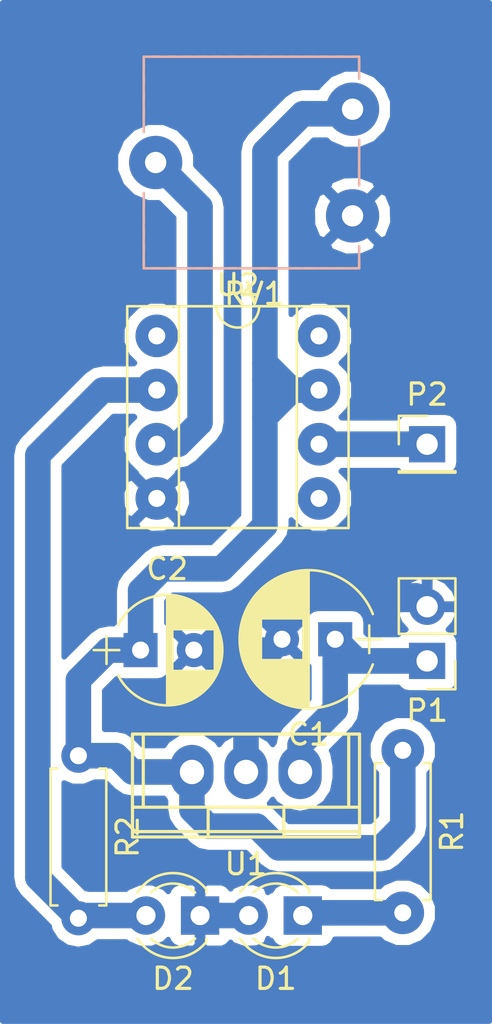
<source format=kicad_pcb>
(kicad_pcb (version 4) (host pcbnew 4.0.7)

  (general
    (links 19)
    (no_connects 0)
    (area 0 0 0 0)
    (thickness 1.6)
    (drawings 0)
    (tracks 67)
    (zones 0)
    (modules 11)
    (nets 10)
  )

  (page A4)
  (layers
    (0 F.Cu signal)
    (31 B.Cu signal)
    (32 B.Adhes user)
    (33 F.Adhes user)
    (34 B.Paste user)
    (35 F.Paste user)
    (36 B.SilkS user)
    (37 F.SilkS user)
    (38 B.Mask user)
    (39 F.Mask user)
    (40 Dwgs.User user)
    (41 Cmts.User user)
    (42 Eco1.User user)
    (43 Eco2.User user)
    (44 Edge.Cuts user)
    (45 Margin user)
    (46 B.CrtYd user)
    (47 F.CrtYd user)
    (48 B.Fab user)
    (49 F.Fab user)
  )

  (setup
    (last_trace_width 1.2)
    (trace_clearance 0.2)
    (zone_clearance 0.508)
    (zone_45_only no)
    (trace_min 0.2)
    (segment_width 0.2)
    (edge_width 0.15)
    (via_size 0.6)
    (via_drill 0.4)
    (via_min_size 0.4)
    (via_min_drill 0.3)
    (uvia_size 0.3)
    (uvia_drill 0.1)
    (uvias_allowed no)
    (uvia_min_size 0.2)
    (uvia_min_drill 0.1)
    (pcb_text_width 0.3)
    (pcb_text_size 1.5 1.5)
    (mod_edge_width 0.15)
    (mod_text_size 1 1)
    (mod_text_width 0.15)
    (pad_size 1.524 1.524)
    (pad_drill 0.762)
    (pad_to_mask_clearance 0.2)
    (aux_axis_origin 0 0)
    (visible_elements FFFFFF7F)
    (pcbplotparams
      (layerselection 0x00030_80000001)
      (usegerberextensions false)
      (excludeedgelayer true)
      (linewidth 0.100000)
      (plotframeref false)
      (viasonmask false)
      (mode 1)
      (useauxorigin false)
      (hpglpennumber 1)
      (hpglpenspeed 20)
      (hpglpendiameter 15)
      (hpglpenoverlay 2)
      (psnegative false)
      (psa4output false)
      (plotreference true)
      (plotvalue true)
      (plotinvisibletext false)
      (padsonsilk false)
      (subtractmaskfromsilk false)
      (outputformat 1)
      (mirror false)
      (drillshape 1)
      (scaleselection 1)
      (outputdirectory ""))
  )

  (net 0 "")
  (net 1 /power)
  (net 2 /gnd)
  (net 3 /vcc)
  (net 4 "Net-(D1-Pad1)")
  (net 5 /in2)
  (net 6 /in1)
  (net 7 "Net-(U2-Pad1)")
  (net 8 "Net-(U2-Pad5)")
  (net 9 /out)

  (net_class Default "This is the default net class."
    (clearance 0.2)
    (trace_width 1.2)
    (via_dia 0.6)
    (via_drill 0.4)
    (uvia_dia 0.3)
    (uvia_drill 0.1)
    (add_net /gnd)
    (add_net /in1)
    (add_net /in2)
    (add_net /out)
    (add_net /power)
    (add_net /vcc)
    (add_net "Net-(D1-Pad1)")
    (add_net "Net-(U2-Pad1)")
    (add_net "Net-(U2-Pad5)")
  )

  (module Potentiometers:Potentiometer_Trimmer_ACP_CA9VSMD_Horizontal_Px9.2mm_Py5.0mm_MountLS (layer F.Cu) (tedit 5A146993) (tstamp 5A1467FB)
    (at 170.18 76.2 180)
    (descr "Potentiometer, horizontally mounted, mounted from below, Omeg PC16PU, Omeg PC16PU, Omeg PC16PU, Vishay/Spectrol 248GJ/249GJ Single, Vishay/Spectrol 248GJ/249GJ Single, Vishay/Spectrol 248GJ/249GJ Single, Vishay/Spectrol 248GH/249GH Single, Vishay/Spectrol 148/149 Single, Vishay/Spectrol 148/149 Single, Vishay/Spectrol 148/149 Single, Vishay/Spectrol 148A/149A Single with mounting plates, Vishay/Spectrol 148/149 Double, Vishay/Spectrol 148A/149A Double with mounting plates, Piher PC-16 Single, Piher PC-16 Single, Piher PC-16 Single, Piher PC-16SV Single, Piher PC-16 Double, Piher PC-16 Triple, Piher T16H Single, Piher T16L Single, Piher T16H Double, Alps RK163 Single, Alps RK163 Double, Alps RK097 Single, Alps RK097 Double, Bourns PTV09A-2 Single with mounting sleve Single, Bourns PTV09A-1 with mounting sleve Single, Bourns PRS11S Single, Alps RK09K Single with mounting sleve Single, Alps RK09K with mounting sleve Single, Alps RK09L Single, Alps RK09L Single, Alps RK09L Double, Alps RK09L Double, Alps RK09Y Single, Bourns 3339S Single, Bourns 3339S Single, Bourns 3339P Single, Bourns 3339H Single, Vishay T7YA Single, Suntan TSR-3386H Single, Suntan TSR-3386H Single, Suntan TSR-3386P Single, Vishay T73XX Single, Vishay T73XX Single, Vishay T73YP Single, Piher PT-6h Single, Piher PT-6v Single, Piher PT-6v Single, Piher PT-10h2.5 Single, Piher PT-10h5 Single, Piher PT-101h3.8 Single, Piher PT-10v10 Single, Piher PT-10v10 Single, Piher PT-10v5 Single, Piher PT-15h5 Single, Piher PT-15h2.5 Single, Piher PT-15B Single, Piher PT-15hc5 Single, Piher PT-15v12.5 Single, Piher PT-15v12.5 Single, Piher PT-15v15 Single, Piher PT-15v15 Single, ACP CA6h Single, ACP CA6v Single, ACP CA6v Single, ACP CA6VSMD Single, ACP CA6VSMD Single, ACP CA9h2.5 Single, ACP CA9h3.8 Single, ACP CA9h5 Single, ACP CA9V Single, ACP CA9V Single, ACP CA9VSMD Single, ACP CA9VSMD Single, http://www.acptechnologies.com/wp-content/uploads/2016/12/ACP-CAT%C3%81LOGO-ENTERO-2016.pdf")
    (tags "Potentiometer horizontal mounted from below lower-side  Omeg PC16PU  Omeg PC16PU  Omeg PC16PU  Vishay/Spectrol 248GJ/249GJ Single  Vishay/Spectrol 248GJ/249GJ Single  Vishay/Spectrol 248GJ/249GJ Single  Vishay/Spectrol 248GH/249GH Single  Vishay/Spectrol 148/149 Single  Vishay/Spectrol 148/149 Single  Vishay/Spectrol 148/149 Single  Vishay/Spectrol 148A/149A Single with mounting plates  Vishay/Spectrol 148/149 Double  Vishay/Spectrol 148A/149A Double with mounting plates  Piher PC-16 Single  Piher PC-16 Single  Piher PC-16 Single  Piher PC-16SV Single  Piher PC-16 Double  Piher PC-16 Triple  Piher T16H Single  Piher T16L Single  Piher T16H Double  Alps RK163 Single  Alps RK163 Double  Alps RK097 Single  Alps RK097 Double  Bourns PTV09A-2 Single with mounting sleve Single  Bourns PTV09A-1 with mounting sleve Single  Bourns PRS11S Single  Alps RK09K Single with mounting sleve Single  Alps RK09K with mounting sleve Single  Alps RK09L Single  Alps RK09L Single  Alps RK09L Double  Alps RK09L Double  Alps RK09Y Single  Bourns 3339S Single  Bourns 3339S Single  Bourns 3339P Single  Bourns 3339H Single  Vishay T7YA Single  Suntan TSR-3386H Single  Suntan TSR-3386H Single  Suntan TSR-3386P Single  Vishay T73XX Single  Vishay T73XX Single  Vishay T73YP Single  Piher PT-6h Single  Piher PT-6v Single  Piher PT-6v Single  Piher PT-10h2.5 Single  Piher PT-10h5 Single  Piher PT-101h3.8 Single  Piher PT-10v10 Single  Piher PT-10v10 Single  Piher PT-10v5 Single  Piher PT-15h5 Single  Piher PT-15h2.5 Single  Piher PT-15B Single  Piher PT-15hc5 Single  Piher PT-15v12.5 Single  Piher PT-15v12.5 Single  Piher PT-15v15 Single  Piher PT-15v15 Single  ACP CA6h Single  ACP CA6v Single  ACP CA6v Single  ACP CA6VSMD Single  ACP CA6VSMD Single  ACP CA9h2.5 Single  ACP CA9h3.8 Single  ACP CA9h5 Single  ACP CA9V Single  ACP CA9V Single  ACP CA9VSMD Single  ACP CA9VSMD Single")
    (path /5A1457A2)
    (attr smd)
    (fp_text reference RV1 (at 0 -6.15 180) (layer F.SilkS)
      (effects (font (size 1 1) (thickness 0.15)))
    )
    (fp_text value POT (at 0 6.15 180) (layer F.Fab)
      (effects (font (size 1 1) (thickness 0.15)))
    )
    (fp_line (start -4.875 -4.9) (end -4.875 4.9) (layer B.Fab) (width 0.1))
    (fp_line (start -4.875 4.9) (end 5.125 4.9) (layer B.Fab) (width 0.1))
    (fp_line (start 5.125 4.9) (end 5.125 -4.9) (layer B.Fab) (width 0.1))
    (fp_line (start 5.125 -4.9) (end -4.875 -4.9) (layer B.Fab) (width 0.1))
    (fp_line (start -4.935 -4.961) (end 5.185 -4.961) (layer B.SilkS) (width 0.12))
    (fp_line (start -4.935 4.96) (end 5.185 4.96) (layer B.SilkS) (width 0.12))
    (fp_line (start -4.935 -4.961) (end -4.935 -3.931) (layer B.SilkS) (width 0.12))
    (fp_line (start -4.935 -1.069) (end -4.935 1.07) (layer B.SilkS) (width 0.12))
    (fp_line (start -4.935 3.93) (end -4.935 4.96) (layer B.SilkS) (width 0.12))
    (fp_line (start 5.185 -4.961) (end 5.185 -1.43) (layer B.SilkS) (width 0.12))
    (fp_line (start 5.185 1.43) (end 5.185 4.96) (layer B.SilkS) (width 0.12))
    (fp_line (start -4.935 -4.961) (end -4.575 -4.961) (layer F.SilkS) (width 0.12))
    (fp_line (start -4.215 -4.961) (end -3.855 -4.961) (layer F.SilkS) (width 0.12))
    (fp_line (start -3.495 -4.961) (end -3.135 -4.961) (layer F.SilkS) (width 0.12))
    (fp_line (start -2.775 -4.961) (end -2.415 -4.961) (layer F.SilkS) (width 0.12))
    (fp_line (start -2.055 -4.961) (end -1.695 -4.961) (layer F.SilkS) (width 0.12))
    (fp_line (start -1.335 -4.961) (end -0.975 -4.961) (layer F.SilkS) (width 0.12))
    (fp_line (start -0.615 -4.961) (end -0.255 -4.961) (layer F.SilkS) (width 0.12))
    (fp_line (start 0.105 -4.961) (end 0.465 -4.961) (layer F.SilkS) (width 0.12))
    (fp_line (start 0.825 -4.961) (end 1.185 -4.961) (layer F.SilkS) (width 0.12))
    (fp_line (start 1.545 -4.961) (end 1.905 -4.961) (layer F.SilkS) (width 0.12))
    (fp_line (start 2.265 -4.961) (end 2.625 -4.961) (layer F.SilkS) (width 0.12))
    (fp_line (start 2.985 -4.961) (end 3.345 -4.961) (layer F.SilkS) (width 0.12))
    (fp_line (start 3.705 -4.961) (end 4.065 -4.961) (layer F.SilkS) (width 0.12))
    (fp_line (start 4.425 -4.961) (end 4.785 -4.961) (layer F.SilkS) (width 0.12))
    (fp_line (start 5.145 -4.961) (end 5.185 -4.961) (layer F.SilkS) (width 0.12))
    (fp_line (start -4.935 4.96) (end -4.575 4.96) (layer F.SilkS) (width 0.12))
    (fp_line (start -4.215 4.96) (end -3.855 4.96) (layer F.SilkS) (width 0.12))
    (fp_line (start -3.495 4.96) (end -3.135 4.96) (layer F.SilkS) (width 0.12))
    (fp_line (start -2.775 4.96) (end -2.415 4.96) (layer F.SilkS) (width 0.12))
    (fp_line (start -2.055 4.96) (end -1.695 4.96) (layer F.SilkS) (width 0.12))
    (fp_line (start -1.335 4.96) (end -0.975 4.96) (layer F.SilkS) (width 0.12))
    (fp_line (start -0.615 4.96) (end -0.255 4.96) (layer F.SilkS) (width 0.12))
    (fp_line (start 0.105 4.96) (end 0.465 4.96) (layer F.SilkS) (width 0.12))
    (fp_line (start 0.825 4.96) (end 1.185 4.96) (layer F.SilkS) (width 0.12))
    (fp_line (start 1.545 4.96) (end 1.905 4.96) (layer F.SilkS) (width 0.12))
    (fp_line (start 2.265 4.96) (end 2.625 4.96) (layer F.SilkS) (width 0.12))
    (fp_line (start 2.985 4.96) (end 3.345 4.96) (layer F.SilkS) (width 0.12))
    (fp_line (start 3.705 4.96) (end 4.065 4.96) (layer F.SilkS) (width 0.12))
    (fp_line (start 4.425 4.96) (end 4.785 4.96) (layer F.SilkS) (width 0.12))
    (fp_line (start 5.145 4.96) (end 5.185 4.96) (layer F.SilkS) (width 0.12))
    (fp_line (start -4.935 -4.961) (end -4.935 -4.601) (layer F.SilkS) (width 0.12))
    (fp_line (start -4.935 -4.241) (end -4.935 -3.931) (layer F.SilkS) (width 0.12))
    (fp_line (start -4.935 -1.069) (end -4.935 -1) (layer F.SilkS) (width 0.12))
    (fp_line (start -4.935 -0.64) (end -4.935 -0.28) (layer F.SilkS) (width 0.12))
    (fp_line (start -4.935 0.08) (end -4.935 0.44) (layer F.SilkS) (width 0.12))
    (fp_line (start -4.935 0.8) (end -4.935 1.07) (layer F.SilkS) (width 0.12))
    (fp_line (start -4.935 3.93) (end -4.935 4.04) (layer F.SilkS) (width 0.12))
    (fp_line (start -4.935 4.4) (end -4.935 4.76) (layer F.SilkS) (width 0.12))
    (fp_line (start 5.185 -4.961) (end 5.185 -4.601) (layer F.SilkS) (width 0.12))
    (fp_line (start 5.185 -4.241) (end 5.185 -3.881) (layer F.SilkS) (width 0.12))
    (fp_line (start 5.185 -3.521) (end 5.185 -3.161) (layer F.SilkS) (width 0.12))
    (fp_line (start 5.185 -2.801) (end 5.185 -2.44) (layer F.SilkS) (width 0.12))
    (fp_line (start 5.185 -2.08) (end 5.185 -1.72) (layer F.SilkS) (width 0.12))
    (fp_line (start 5.185 1.52) (end 5.185 1.88) (layer F.SilkS) (width 0.12))
    (fp_line (start 5.185 2.24) (end 5.185 2.6) (layer F.SilkS) (width 0.12))
    (fp_line (start 5.185 2.96) (end 5.185 3.32) (layer F.SilkS) (width 0.12))
    (fp_line (start 5.185 3.68) (end 5.185 4.04) (layer F.SilkS) (width 0.12))
    (fp_line (start 5.185 4.4) (end 5.185 4.76) (layer F.SilkS) (width 0.12))
    (fp_line (start -6.15 -5.15) (end -6.15 5.15) (layer F.CrtYd) (width 0.05))
    (fp_line (start -6.15 5.15) (end 6.15 5.15) (layer F.CrtYd) (width 0.05))
    (fp_line (start 6.15 5.15) (end 6.15 -5.15) (layer F.CrtYd) (width 0.05))
    (fp_line (start 6.15 -5.15) (end -6.15 -5.15) (layer F.CrtYd) (width 0.05))
    (fp_line (start -6.15 -5.15) (end -6.15 5.15) (layer B.CrtYd) (width 0.05))
    (fp_line (start -6.15 5.15) (end 6.15 5.15) (layer B.CrtYd) (width 0.05))
    (fp_line (start 6.15 5.15) (end 6.15 -5.15) (layer B.CrtYd) (width 0.05))
    (fp_line (start 6.15 -5.15) (end -6.15 -5.15) (layer B.CrtYd) (width 0.05))
    (pad 3 thru_hole circle (at -4.625 -2.5 180) (size 2.5 2.5) (drill 1) (layers *.Cu *.Mask)
      (net 2 /gnd))
    (pad 2 thru_hole circle (at 4.625 0 180) (size 2.5 2.5) (drill 1) (layers *.Cu *.Mask)
      (net 6 /in1))
    (pad 1 thru_hole circle (at -4.625 2.5 180) (size 2.5 2.5) (drill 1) (layers *.Cu *.Mask)
      (net 3 /vcc))
    (model Potentiometers.3dshapes/Potentiometer_Trimmer_ACP_CA9VSMD_Horizontal_Px9.2mm_Py5.0mm_MountLS.wrl
      (at (xyz 0 0 0))
      (scale (xyz 0.393701 0.393701 0.393701))
      (rotate (xyz 0 0 0))
    )
  )

  (module Housings_DIP:DIP-8_W7.62mm_Socket (layer F.Cu) (tedit 5A1462AF) (tstamp 5A145C0D)
    (at 165.608 84.328)
    (descr "8-lead dip package, row spacing 7.62 mm (300 mils), Socket")
    (tags "DIL DIP PDIP 2.54mm 7.62mm 300mil Socket")
    (path /5A145632)
    (fp_text reference U2 (at 3.81 -2.39) (layer F.SilkS)
      (effects (font (size 1 1) (thickness 0.15)))
    )
    (fp_text value LM741 (at 3.81 10.01) (layer F.Fab)
      (effects (font (size 1 1) (thickness 0.15)))
    )
    (fp_text user %R (at 3.81 3.81) (layer F.Fab)
      (effects (font (size 1 1) (thickness 0.15)))
    )
    (fp_line (start 1.635 -1.27) (end 6.985 -1.27) (layer F.Fab) (width 0.1))
    (fp_line (start 6.985 -1.27) (end 6.985 8.89) (layer F.Fab) (width 0.1))
    (fp_line (start 6.985 8.89) (end 0.635 8.89) (layer F.Fab) (width 0.1))
    (fp_line (start 0.635 8.89) (end 0.635 -0.27) (layer F.Fab) (width 0.1))
    (fp_line (start 0.635 -0.27) (end 1.635 -1.27) (layer F.Fab) (width 0.1))
    (fp_line (start -1.27 -1.27) (end -1.27 8.89) (layer F.Fab) (width 0.1))
    (fp_line (start -1.27 8.89) (end 8.89 8.89) (layer F.Fab) (width 0.1))
    (fp_line (start 8.89 8.89) (end 8.89 -1.27) (layer F.Fab) (width 0.1))
    (fp_line (start 8.89 -1.27) (end -1.27 -1.27) (layer F.Fab) (width 0.1))
    (fp_line (start 2.81 -1.39) (end 1.04 -1.39) (layer F.SilkS) (width 0.12))
    (fp_line (start 1.04 -1.39) (end 1.04 9.01) (layer F.SilkS) (width 0.12))
    (fp_line (start 1.04 9.01) (end 6.58 9.01) (layer F.SilkS) (width 0.12))
    (fp_line (start 6.58 9.01) (end 6.58 -1.39) (layer F.SilkS) (width 0.12))
    (fp_line (start 6.58 -1.39) (end 4.81 -1.39) (layer F.SilkS) (width 0.12))
    (fp_line (start -1.39 -1.39) (end -1.39 9.01) (layer F.SilkS) (width 0.12))
    (fp_line (start -1.39 9.01) (end 9.01 9.01) (layer F.SilkS) (width 0.12))
    (fp_line (start 9.01 9.01) (end 9.01 -1.39) (layer F.SilkS) (width 0.12))
    (fp_line (start 9.01 -1.39) (end -1.39 -1.39) (layer F.SilkS) (width 0.12))
    (fp_line (start -1.7 -1.7) (end -1.7 9.3) (layer F.CrtYd) (width 0.05))
    (fp_line (start -1.7 9.3) (end 9.3 9.3) (layer F.CrtYd) (width 0.05))
    (fp_line (start 9.3 9.3) (end 9.3 -1.7) (layer F.CrtYd) (width 0.05))
    (fp_line (start 9.3 -1.7) (end -1.7 -1.7) (layer F.CrtYd) (width 0.05))
    (fp_arc (start 3.81 -1.39) (end 2.81 -1.39) (angle -180) (layer F.SilkS) (width 0.12))
    (pad 1 thru_hole circle (at 0 0) (size 2 2) (drill 0.8) (layers *.Cu *.Mask)
      (net 7 "Net-(U2-Pad1)"))
    (pad 5 thru_hole circle (at 7.62 7.62) (size 2 2) (drill 0.8) (layers *.Cu *.Mask)
      (net 8 "Net-(U2-Pad5)"))
    (pad 2 thru_hole circle (at 0 2.54) (size 2 2) (drill 0.8) (layers *.Cu *.Mask)
      (net 5 /in2))
    (pad 6 thru_hole circle (at 7.62 5.08) (size 2 2) (drill 0.8) (layers *.Cu *.Mask)
      (net 9 /out))
    (pad 3 thru_hole circle (at 0 5.08) (size 2 2) (drill 0.8) (layers *.Cu *.Mask)
      (net 6 /in1))
    (pad 7 thru_hole circle (at 7.62 2.54) (size 2 2) (drill 0.8) (layers *.Cu *.Mask)
      (net 3 /vcc))
    (pad 4 thru_hole circle (at 0 7.62) (size 2 2) (drill 0.8) (layers *.Cu *.Mask)
      (net 2 /gnd))
    (pad 8 thru_hole circle (at 7.62 0) (size 2 2) (drill 0.8) (layers *.Cu *.Mask))
    (model ${KISYS3DMOD}/Housings_DIP.3dshapes/DIP-8_W7.62mm_Socket.wrl
      (at (xyz 0 0 0))
      (scale (xyz 1 1 1))
      (rotate (xyz 0 0 0))
    )
  )

  (module Resistors_THT:R_Axial_DIN0207_L6.3mm_D2.5mm_P7.62mm_Horizontal (layer F.Cu) (tedit 5A146210) (tstamp 5A14614F)
    (at 177.165 103.759 270)
    (descr "Resistor, Axial_DIN0207 series, Axial, Horizontal, pin pitch=7.62mm, 0.25W = 1/4W, length*diameter=6.3*2.5mm^2, http://cdn-reichelt.de/documents/datenblatt/B400/1_4W%23YAG.pdf")
    (tags "Resistor Axial_DIN0207 series Axial Horizontal pin pitch 7.62mm 0.25W = 1/4W length 6.3mm diameter 2.5mm")
    (path /5A1459BE)
    (fp_text reference R1 (at 3.81 -2.31 270) (layer F.SilkS)
      (effects (font (size 1 1) (thickness 0.15)))
    )
    (fp_text value R (at 3.81 2.31 270) (layer F.Fab)
      (effects (font (size 1 1) (thickness 0.15)))
    )
    (fp_line (start 0.66 -1.25) (end 0.66 1.25) (layer F.Fab) (width 0.1))
    (fp_line (start 0.66 1.25) (end 6.96 1.25) (layer F.Fab) (width 0.1))
    (fp_line (start 6.96 1.25) (end 6.96 -1.25) (layer F.Fab) (width 0.1))
    (fp_line (start 6.96 -1.25) (end 0.66 -1.25) (layer F.Fab) (width 0.1))
    (fp_line (start 0 0) (end 0.66 0) (layer F.Fab) (width 0.1))
    (fp_line (start 7.62 0) (end 6.96 0) (layer F.Fab) (width 0.1))
    (fp_line (start 0.6 -0.98) (end 0.6 -1.31) (layer F.SilkS) (width 0.12))
    (fp_line (start 0.6 -1.31) (end 7.02 -1.31) (layer F.SilkS) (width 0.12))
    (fp_line (start 7.02 -1.31) (end 7.02 -0.98) (layer F.SilkS) (width 0.12))
    (fp_line (start 0.6 0.98) (end 0.6 1.31) (layer F.SilkS) (width 0.12))
    (fp_line (start 0.6 1.31) (end 7.02 1.31) (layer F.SilkS) (width 0.12))
    (fp_line (start 7.02 1.31) (end 7.02 0.98) (layer F.SilkS) (width 0.12))
    (fp_line (start -1.05 -1.6) (end -1.05 1.6) (layer F.CrtYd) (width 0.05))
    (fp_line (start -1.05 1.6) (end 8.7 1.6) (layer F.CrtYd) (width 0.05))
    (fp_line (start 8.7 1.6) (end 8.7 -1.6) (layer F.CrtYd) (width 0.05))
    (fp_line (start 8.7 -1.6) (end -1.05 -1.6) (layer F.CrtYd) (width 0.05))
    (pad 1 thru_hole circle (at 0 0 270) (size 2 2) (drill 0.8) (layers *.Cu *.Mask)
      (net 3 /vcc))
    (pad 2 thru_hole circle (at 7.62 0 270) (size 2 2) (drill 0.8) (layers *.Cu *.Mask)
      (net 4 "Net-(D1-Pad1)"))
    (model ${KISYS3DMOD}/Resistors_THT.3dshapes/R_Axial_DIN0207_L6.3mm_D2.5mm_P7.62mm_Horizontal.wrl
      (at (xyz 0 0 0))
      (scale (xyz 0.393701 0.393701 0.393701))
      (rotate (xyz 0 0 0))
    )
  )

  (module Capacitors_THT:CP_Radial_D6.3mm_P2.50mm (layer F.Cu) (tedit 597BC7C2) (tstamp 5A145BD4)
    (at 173.99 98.552 180)
    (descr "CP, Radial series, Radial, pin pitch=2.50mm, , diameter=6.3mm, Electrolytic Capacitor")
    (tags "CP Radial series Radial pin pitch 2.50mm  diameter 6.3mm Electrolytic Capacitor")
    (path /5A145C93)
    (fp_text reference C1 (at 1.25 -4.46 180) (layer F.SilkS)
      (effects (font (size 1 1) (thickness 0.15)))
    )
    (fp_text value C (at 1.25 4.46 180) (layer F.Fab)
      (effects (font (size 1 1) (thickness 0.15)))
    )
    (fp_arc (start 1.25 0) (end -1.767482 -1.18) (angle 137.3) (layer F.SilkS) (width 0.12))
    (fp_arc (start 1.25 0) (end -1.767482 1.18) (angle -137.3) (layer F.SilkS) (width 0.12))
    (fp_arc (start 1.25 0) (end 4.267482 -1.18) (angle 42.7) (layer F.SilkS) (width 0.12))
    (fp_circle (center 1.25 0) (end 4.4 0) (layer F.Fab) (width 0.1))
    (fp_line (start -2.2 0) (end -1 0) (layer F.Fab) (width 0.1))
    (fp_line (start -1.6 -0.65) (end -1.6 0.65) (layer F.Fab) (width 0.1))
    (fp_line (start 1.25 -3.2) (end 1.25 3.2) (layer F.SilkS) (width 0.12))
    (fp_line (start 1.29 -3.2) (end 1.29 3.2) (layer F.SilkS) (width 0.12))
    (fp_line (start 1.33 -3.2) (end 1.33 3.2) (layer F.SilkS) (width 0.12))
    (fp_line (start 1.37 -3.198) (end 1.37 3.198) (layer F.SilkS) (width 0.12))
    (fp_line (start 1.41 -3.197) (end 1.41 3.197) (layer F.SilkS) (width 0.12))
    (fp_line (start 1.45 -3.194) (end 1.45 3.194) (layer F.SilkS) (width 0.12))
    (fp_line (start 1.49 -3.192) (end 1.49 3.192) (layer F.SilkS) (width 0.12))
    (fp_line (start 1.53 -3.188) (end 1.53 -0.98) (layer F.SilkS) (width 0.12))
    (fp_line (start 1.53 0.98) (end 1.53 3.188) (layer F.SilkS) (width 0.12))
    (fp_line (start 1.57 -3.185) (end 1.57 -0.98) (layer F.SilkS) (width 0.12))
    (fp_line (start 1.57 0.98) (end 1.57 3.185) (layer F.SilkS) (width 0.12))
    (fp_line (start 1.61 -3.18) (end 1.61 -0.98) (layer F.SilkS) (width 0.12))
    (fp_line (start 1.61 0.98) (end 1.61 3.18) (layer F.SilkS) (width 0.12))
    (fp_line (start 1.65 -3.176) (end 1.65 -0.98) (layer F.SilkS) (width 0.12))
    (fp_line (start 1.65 0.98) (end 1.65 3.176) (layer F.SilkS) (width 0.12))
    (fp_line (start 1.69 -3.17) (end 1.69 -0.98) (layer F.SilkS) (width 0.12))
    (fp_line (start 1.69 0.98) (end 1.69 3.17) (layer F.SilkS) (width 0.12))
    (fp_line (start 1.73 -3.165) (end 1.73 -0.98) (layer F.SilkS) (width 0.12))
    (fp_line (start 1.73 0.98) (end 1.73 3.165) (layer F.SilkS) (width 0.12))
    (fp_line (start 1.77 -3.158) (end 1.77 -0.98) (layer F.SilkS) (width 0.12))
    (fp_line (start 1.77 0.98) (end 1.77 3.158) (layer F.SilkS) (width 0.12))
    (fp_line (start 1.81 -3.152) (end 1.81 -0.98) (layer F.SilkS) (width 0.12))
    (fp_line (start 1.81 0.98) (end 1.81 3.152) (layer F.SilkS) (width 0.12))
    (fp_line (start 1.85 -3.144) (end 1.85 -0.98) (layer F.SilkS) (width 0.12))
    (fp_line (start 1.85 0.98) (end 1.85 3.144) (layer F.SilkS) (width 0.12))
    (fp_line (start 1.89 -3.137) (end 1.89 -0.98) (layer F.SilkS) (width 0.12))
    (fp_line (start 1.89 0.98) (end 1.89 3.137) (layer F.SilkS) (width 0.12))
    (fp_line (start 1.93 -3.128) (end 1.93 -0.98) (layer F.SilkS) (width 0.12))
    (fp_line (start 1.93 0.98) (end 1.93 3.128) (layer F.SilkS) (width 0.12))
    (fp_line (start 1.971 -3.119) (end 1.971 -0.98) (layer F.SilkS) (width 0.12))
    (fp_line (start 1.971 0.98) (end 1.971 3.119) (layer F.SilkS) (width 0.12))
    (fp_line (start 2.011 -3.11) (end 2.011 -0.98) (layer F.SilkS) (width 0.12))
    (fp_line (start 2.011 0.98) (end 2.011 3.11) (layer F.SilkS) (width 0.12))
    (fp_line (start 2.051 -3.1) (end 2.051 -0.98) (layer F.SilkS) (width 0.12))
    (fp_line (start 2.051 0.98) (end 2.051 3.1) (layer F.SilkS) (width 0.12))
    (fp_line (start 2.091 -3.09) (end 2.091 -0.98) (layer F.SilkS) (width 0.12))
    (fp_line (start 2.091 0.98) (end 2.091 3.09) (layer F.SilkS) (width 0.12))
    (fp_line (start 2.131 -3.079) (end 2.131 -0.98) (layer F.SilkS) (width 0.12))
    (fp_line (start 2.131 0.98) (end 2.131 3.079) (layer F.SilkS) (width 0.12))
    (fp_line (start 2.171 -3.067) (end 2.171 -0.98) (layer F.SilkS) (width 0.12))
    (fp_line (start 2.171 0.98) (end 2.171 3.067) (layer F.SilkS) (width 0.12))
    (fp_line (start 2.211 -3.055) (end 2.211 -0.98) (layer F.SilkS) (width 0.12))
    (fp_line (start 2.211 0.98) (end 2.211 3.055) (layer F.SilkS) (width 0.12))
    (fp_line (start 2.251 -3.042) (end 2.251 -0.98) (layer F.SilkS) (width 0.12))
    (fp_line (start 2.251 0.98) (end 2.251 3.042) (layer F.SilkS) (width 0.12))
    (fp_line (start 2.291 -3.029) (end 2.291 -0.98) (layer F.SilkS) (width 0.12))
    (fp_line (start 2.291 0.98) (end 2.291 3.029) (layer F.SilkS) (width 0.12))
    (fp_line (start 2.331 -3.015) (end 2.331 -0.98) (layer F.SilkS) (width 0.12))
    (fp_line (start 2.331 0.98) (end 2.331 3.015) (layer F.SilkS) (width 0.12))
    (fp_line (start 2.371 -3.001) (end 2.371 -0.98) (layer F.SilkS) (width 0.12))
    (fp_line (start 2.371 0.98) (end 2.371 3.001) (layer F.SilkS) (width 0.12))
    (fp_line (start 2.411 -2.986) (end 2.411 -0.98) (layer F.SilkS) (width 0.12))
    (fp_line (start 2.411 0.98) (end 2.411 2.986) (layer F.SilkS) (width 0.12))
    (fp_line (start 2.451 -2.97) (end 2.451 -0.98) (layer F.SilkS) (width 0.12))
    (fp_line (start 2.451 0.98) (end 2.451 2.97) (layer F.SilkS) (width 0.12))
    (fp_line (start 2.491 -2.954) (end 2.491 -0.98) (layer F.SilkS) (width 0.12))
    (fp_line (start 2.491 0.98) (end 2.491 2.954) (layer F.SilkS) (width 0.12))
    (fp_line (start 2.531 -2.937) (end 2.531 -0.98) (layer F.SilkS) (width 0.12))
    (fp_line (start 2.531 0.98) (end 2.531 2.937) (layer F.SilkS) (width 0.12))
    (fp_line (start 2.571 -2.919) (end 2.571 -0.98) (layer F.SilkS) (width 0.12))
    (fp_line (start 2.571 0.98) (end 2.571 2.919) (layer F.SilkS) (width 0.12))
    (fp_line (start 2.611 -2.901) (end 2.611 -0.98) (layer F.SilkS) (width 0.12))
    (fp_line (start 2.611 0.98) (end 2.611 2.901) (layer F.SilkS) (width 0.12))
    (fp_line (start 2.651 -2.882) (end 2.651 -0.98) (layer F.SilkS) (width 0.12))
    (fp_line (start 2.651 0.98) (end 2.651 2.882) (layer F.SilkS) (width 0.12))
    (fp_line (start 2.691 -2.863) (end 2.691 -0.98) (layer F.SilkS) (width 0.12))
    (fp_line (start 2.691 0.98) (end 2.691 2.863) (layer F.SilkS) (width 0.12))
    (fp_line (start 2.731 -2.843) (end 2.731 -0.98) (layer F.SilkS) (width 0.12))
    (fp_line (start 2.731 0.98) (end 2.731 2.843) (layer F.SilkS) (width 0.12))
    (fp_line (start 2.771 -2.822) (end 2.771 -0.98) (layer F.SilkS) (width 0.12))
    (fp_line (start 2.771 0.98) (end 2.771 2.822) (layer F.SilkS) (width 0.12))
    (fp_line (start 2.811 -2.8) (end 2.811 -0.98) (layer F.SilkS) (width 0.12))
    (fp_line (start 2.811 0.98) (end 2.811 2.8) (layer F.SilkS) (width 0.12))
    (fp_line (start 2.851 -2.778) (end 2.851 -0.98) (layer F.SilkS) (width 0.12))
    (fp_line (start 2.851 0.98) (end 2.851 2.778) (layer F.SilkS) (width 0.12))
    (fp_line (start 2.891 -2.755) (end 2.891 -0.98) (layer F.SilkS) (width 0.12))
    (fp_line (start 2.891 0.98) (end 2.891 2.755) (layer F.SilkS) (width 0.12))
    (fp_line (start 2.931 -2.731) (end 2.931 -0.98) (layer F.SilkS) (width 0.12))
    (fp_line (start 2.931 0.98) (end 2.931 2.731) (layer F.SilkS) (width 0.12))
    (fp_line (start 2.971 -2.706) (end 2.971 -0.98) (layer F.SilkS) (width 0.12))
    (fp_line (start 2.971 0.98) (end 2.971 2.706) (layer F.SilkS) (width 0.12))
    (fp_line (start 3.011 -2.681) (end 3.011 -0.98) (layer F.SilkS) (width 0.12))
    (fp_line (start 3.011 0.98) (end 3.011 2.681) (layer F.SilkS) (width 0.12))
    (fp_line (start 3.051 -2.654) (end 3.051 -0.98) (layer F.SilkS) (width 0.12))
    (fp_line (start 3.051 0.98) (end 3.051 2.654) (layer F.SilkS) (width 0.12))
    (fp_line (start 3.091 -2.627) (end 3.091 -0.98) (layer F.SilkS) (width 0.12))
    (fp_line (start 3.091 0.98) (end 3.091 2.627) (layer F.SilkS) (width 0.12))
    (fp_line (start 3.131 -2.599) (end 3.131 -0.98) (layer F.SilkS) (width 0.12))
    (fp_line (start 3.131 0.98) (end 3.131 2.599) (layer F.SilkS) (width 0.12))
    (fp_line (start 3.171 -2.57) (end 3.171 -0.98) (layer F.SilkS) (width 0.12))
    (fp_line (start 3.171 0.98) (end 3.171 2.57) (layer F.SilkS) (width 0.12))
    (fp_line (start 3.211 -2.54) (end 3.211 -0.98) (layer F.SilkS) (width 0.12))
    (fp_line (start 3.211 0.98) (end 3.211 2.54) (layer F.SilkS) (width 0.12))
    (fp_line (start 3.251 -2.51) (end 3.251 -0.98) (layer F.SilkS) (width 0.12))
    (fp_line (start 3.251 0.98) (end 3.251 2.51) (layer F.SilkS) (width 0.12))
    (fp_line (start 3.291 -2.478) (end 3.291 -0.98) (layer F.SilkS) (width 0.12))
    (fp_line (start 3.291 0.98) (end 3.291 2.478) (layer F.SilkS) (width 0.12))
    (fp_line (start 3.331 -2.445) (end 3.331 -0.98) (layer F.SilkS) (width 0.12))
    (fp_line (start 3.331 0.98) (end 3.331 2.445) (layer F.SilkS) (width 0.12))
    (fp_line (start 3.371 -2.411) (end 3.371 -0.98) (layer F.SilkS) (width 0.12))
    (fp_line (start 3.371 0.98) (end 3.371 2.411) (layer F.SilkS) (width 0.12))
    (fp_line (start 3.411 -2.375) (end 3.411 -0.98) (layer F.SilkS) (width 0.12))
    (fp_line (start 3.411 0.98) (end 3.411 2.375) (layer F.SilkS) (width 0.12))
    (fp_line (start 3.451 -2.339) (end 3.451 -0.98) (layer F.SilkS) (width 0.12))
    (fp_line (start 3.451 0.98) (end 3.451 2.339) (layer F.SilkS) (width 0.12))
    (fp_line (start 3.491 -2.301) (end 3.491 2.301) (layer F.SilkS) (width 0.12))
    (fp_line (start 3.531 -2.262) (end 3.531 2.262) (layer F.SilkS) (width 0.12))
    (fp_line (start 3.571 -2.222) (end 3.571 2.222) (layer F.SilkS) (width 0.12))
    (fp_line (start 3.611 -2.18) (end 3.611 2.18) (layer F.SilkS) (width 0.12))
    (fp_line (start 3.651 -2.137) (end 3.651 2.137) (layer F.SilkS) (width 0.12))
    (fp_line (start 3.691 -2.092) (end 3.691 2.092) (layer F.SilkS) (width 0.12))
    (fp_line (start 3.731 -2.045) (end 3.731 2.045) (layer F.SilkS) (width 0.12))
    (fp_line (start 3.771 -1.997) (end 3.771 1.997) (layer F.SilkS) (width 0.12))
    (fp_line (start 3.811 -1.946) (end 3.811 1.946) (layer F.SilkS) (width 0.12))
    (fp_line (start 3.851 -1.894) (end 3.851 1.894) (layer F.SilkS) (width 0.12))
    (fp_line (start 3.891 -1.839) (end 3.891 1.839) (layer F.SilkS) (width 0.12))
    (fp_line (start 3.931 -1.781) (end 3.931 1.781) (layer F.SilkS) (width 0.12))
    (fp_line (start 3.971 -1.721) (end 3.971 1.721) (layer F.SilkS) (width 0.12))
    (fp_line (start 4.011 -1.658) (end 4.011 1.658) (layer F.SilkS) (width 0.12))
    (fp_line (start 4.051 -1.591) (end 4.051 1.591) (layer F.SilkS) (width 0.12))
    (fp_line (start 4.091 -1.52) (end 4.091 1.52) (layer F.SilkS) (width 0.12))
    (fp_line (start 4.131 -1.445) (end 4.131 1.445) (layer F.SilkS) (width 0.12))
    (fp_line (start 4.171 -1.364) (end 4.171 1.364) (layer F.SilkS) (width 0.12))
    (fp_line (start 4.211 -1.278) (end 4.211 1.278) (layer F.SilkS) (width 0.12))
    (fp_line (start 4.251 -1.184) (end 4.251 1.184) (layer F.SilkS) (width 0.12))
    (fp_line (start 4.291 -1.081) (end 4.291 1.081) (layer F.SilkS) (width 0.12))
    (fp_line (start 4.331 -0.966) (end 4.331 0.966) (layer F.SilkS) (width 0.12))
    (fp_line (start 4.371 -0.834) (end 4.371 0.834) (layer F.SilkS) (width 0.12))
    (fp_line (start 4.411 -0.676) (end 4.411 0.676) (layer F.SilkS) (width 0.12))
    (fp_line (start 4.451 -0.468) (end 4.451 0.468) (layer F.SilkS) (width 0.12))
    (fp_line (start -2.2 0) (end -1 0) (layer F.SilkS) (width 0.12))
    (fp_line (start -1.6 -0.65) (end -1.6 0.65) (layer F.SilkS) (width 0.12))
    (fp_line (start -2.25 -3.5) (end -2.25 3.5) (layer F.CrtYd) (width 0.05))
    (fp_line (start -2.25 3.5) (end 4.75 3.5) (layer F.CrtYd) (width 0.05))
    (fp_line (start 4.75 3.5) (end 4.75 -3.5) (layer F.CrtYd) (width 0.05))
    (fp_line (start 4.75 -3.5) (end -2.25 -3.5) (layer F.CrtYd) (width 0.05))
    (fp_text user %R (at 1.25 0 180) (layer F.Fab)
      (effects (font (size 1 1) (thickness 0.15)))
    )
    (pad 1 thru_hole rect (at 0 0 180) (size 1.6 1.6) (drill 0.8) (layers *.Cu *.Mask)
      (net 1 /power))
    (pad 2 thru_hole circle (at 2.5 0 180) (size 1.6 1.6) (drill 0.8) (layers *.Cu *.Mask)
      (net 2 /gnd))
    (model ${KISYS3DMOD}/Capacitors_THT.3dshapes/CP_Radial_D6.3mm_P2.50mm.wrl
      (at (xyz 0 0 0))
      (scale (xyz 1 1 1))
      (rotate (xyz 0 0 0))
    )
  )

  (module Capacitors_THT:CP_Radial_D5.0mm_P2.50mm (layer F.Cu) (tedit 597BC7C2) (tstamp 5A145BDA)
    (at 164.846 99.06)
    (descr "CP, Radial series, Radial, pin pitch=2.50mm, , diameter=5mm, Electrolytic Capacitor")
    (tags "CP Radial series Radial pin pitch 2.50mm  diameter 5mm Electrolytic Capacitor")
    (path /5A145CE1)
    (fp_text reference C2 (at 1.25 -3.81) (layer F.SilkS)
      (effects (font (size 1 1) (thickness 0.15)))
    )
    (fp_text value C (at 1.25 3.81) (layer F.Fab)
      (effects (font (size 1 1) (thickness 0.15)))
    )
    (fp_arc (start 1.25 0) (end -1.05558 -1.18) (angle 125.8) (layer F.SilkS) (width 0.12))
    (fp_arc (start 1.25 0) (end -1.05558 1.18) (angle -125.8) (layer F.SilkS) (width 0.12))
    (fp_arc (start 1.25 0) (end 3.55558 -1.18) (angle 54.2) (layer F.SilkS) (width 0.12))
    (fp_circle (center 1.25 0) (end 3.75 0) (layer F.Fab) (width 0.1))
    (fp_line (start -2.2 0) (end -1 0) (layer F.Fab) (width 0.1))
    (fp_line (start -1.6 -0.65) (end -1.6 0.65) (layer F.Fab) (width 0.1))
    (fp_line (start 1.25 -2.55) (end 1.25 2.55) (layer F.SilkS) (width 0.12))
    (fp_line (start 1.29 -2.55) (end 1.29 2.55) (layer F.SilkS) (width 0.12))
    (fp_line (start 1.33 -2.549) (end 1.33 2.549) (layer F.SilkS) (width 0.12))
    (fp_line (start 1.37 -2.548) (end 1.37 2.548) (layer F.SilkS) (width 0.12))
    (fp_line (start 1.41 -2.546) (end 1.41 2.546) (layer F.SilkS) (width 0.12))
    (fp_line (start 1.45 -2.543) (end 1.45 2.543) (layer F.SilkS) (width 0.12))
    (fp_line (start 1.49 -2.539) (end 1.49 2.539) (layer F.SilkS) (width 0.12))
    (fp_line (start 1.53 -2.535) (end 1.53 -0.98) (layer F.SilkS) (width 0.12))
    (fp_line (start 1.53 0.98) (end 1.53 2.535) (layer F.SilkS) (width 0.12))
    (fp_line (start 1.57 -2.531) (end 1.57 -0.98) (layer F.SilkS) (width 0.12))
    (fp_line (start 1.57 0.98) (end 1.57 2.531) (layer F.SilkS) (width 0.12))
    (fp_line (start 1.61 -2.525) (end 1.61 -0.98) (layer F.SilkS) (width 0.12))
    (fp_line (start 1.61 0.98) (end 1.61 2.525) (layer F.SilkS) (width 0.12))
    (fp_line (start 1.65 -2.519) (end 1.65 -0.98) (layer F.SilkS) (width 0.12))
    (fp_line (start 1.65 0.98) (end 1.65 2.519) (layer F.SilkS) (width 0.12))
    (fp_line (start 1.69 -2.513) (end 1.69 -0.98) (layer F.SilkS) (width 0.12))
    (fp_line (start 1.69 0.98) (end 1.69 2.513) (layer F.SilkS) (width 0.12))
    (fp_line (start 1.73 -2.506) (end 1.73 -0.98) (layer F.SilkS) (width 0.12))
    (fp_line (start 1.73 0.98) (end 1.73 2.506) (layer F.SilkS) (width 0.12))
    (fp_line (start 1.77 -2.498) (end 1.77 -0.98) (layer F.SilkS) (width 0.12))
    (fp_line (start 1.77 0.98) (end 1.77 2.498) (layer F.SilkS) (width 0.12))
    (fp_line (start 1.81 -2.489) (end 1.81 -0.98) (layer F.SilkS) (width 0.12))
    (fp_line (start 1.81 0.98) (end 1.81 2.489) (layer F.SilkS) (width 0.12))
    (fp_line (start 1.85 -2.48) (end 1.85 -0.98) (layer F.SilkS) (width 0.12))
    (fp_line (start 1.85 0.98) (end 1.85 2.48) (layer F.SilkS) (width 0.12))
    (fp_line (start 1.89 -2.47) (end 1.89 -0.98) (layer F.SilkS) (width 0.12))
    (fp_line (start 1.89 0.98) (end 1.89 2.47) (layer F.SilkS) (width 0.12))
    (fp_line (start 1.93 -2.46) (end 1.93 -0.98) (layer F.SilkS) (width 0.12))
    (fp_line (start 1.93 0.98) (end 1.93 2.46) (layer F.SilkS) (width 0.12))
    (fp_line (start 1.971 -2.448) (end 1.971 -0.98) (layer F.SilkS) (width 0.12))
    (fp_line (start 1.971 0.98) (end 1.971 2.448) (layer F.SilkS) (width 0.12))
    (fp_line (start 2.011 -2.436) (end 2.011 -0.98) (layer F.SilkS) (width 0.12))
    (fp_line (start 2.011 0.98) (end 2.011 2.436) (layer F.SilkS) (width 0.12))
    (fp_line (start 2.051 -2.424) (end 2.051 -0.98) (layer F.SilkS) (width 0.12))
    (fp_line (start 2.051 0.98) (end 2.051 2.424) (layer F.SilkS) (width 0.12))
    (fp_line (start 2.091 -2.41) (end 2.091 -0.98) (layer F.SilkS) (width 0.12))
    (fp_line (start 2.091 0.98) (end 2.091 2.41) (layer F.SilkS) (width 0.12))
    (fp_line (start 2.131 -2.396) (end 2.131 -0.98) (layer F.SilkS) (width 0.12))
    (fp_line (start 2.131 0.98) (end 2.131 2.396) (layer F.SilkS) (width 0.12))
    (fp_line (start 2.171 -2.382) (end 2.171 -0.98) (layer F.SilkS) (width 0.12))
    (fp_line (start 2.171 0.98) (end 2.171 2.382) (layer F.SilkS) (width 0.12))
    (fp_line (start 2.211 -2.366) (end 2.211 -0.98) (layer F.SilkS) (width 0.12))
    (fp_line (start 2.211 0.98) (end 2.211 2.366) (layer F.SilkS) (width 0.12))
    (fp_line (start 2.251 -2.35) (end 2.251 -0.98) (layer F.SilkS) (width 0.12))
    (fp_line (start 2.251 0.98) (end 2.251 2.35) (layer F.SilkS) (width 0.12))
    (fp_line (start 2.291 -2.333) (end 2.291 -0.98) (layer F.SilkS) (width 0.12))
    (fp_line (start 2.291 0.98) (end 2.291 2.333) (layer F.SilkS) (width 0.12))
    (fp_line (start 2.331 -2.315) (end 2.331 -0.98) (layer F.SilkS) (width 0.12))
    (fp_line (start 2.331 0.98) (end 2.331 2.315) (layer F.SilkS) (width 0.12))
    (fp_line (start 2.371 -2.296) (end 2.371 -0.98) (layer F.SilkS) (width 0.12))
    (fp_line (start 2.371 0.98) (end 2.371 2.296) (layer F.SilkS) (width 0.12))
    (fp_line (start 2.411 -2.276) (end 2.411 -0.98) (layer F.SilkS) (width 0.12))
    (fp_line (start 2.411 0.98) (end 2.411 2.276) (layer F.SilkS) (width 0.12))
    (fp_line (start 2.451 -2.256) (end 2.451 -0.98) (layer F.SilkS) (width 0.12))
    (fp_line (start 2.451 0.98) (end 2.451 2.256) (layer F.SilkS) (width 0.12))
    (fp_line (start 2.491 -2.234) (end 2.491 -0.98) (layer F.SilkS) (width 0.12))
    (fp_line (start 2.491 0.98) (end 2.491 2.234) (layer F.SilkS) (width 0.12))
    (fp_line (start 2.531 -2.212) (end 2.531 -0.98) (layer F.SilkS) (width 0.12))
    (fp_line (start 2.531 0.98) (end 2.531 2.212) (layer F.SilkS) (width 0.12))
    (fp_line (start 2.571 -2.189) (end 2.571 -0.98) (layer F.SilkS) (width 0.12))
    (fp_line (start 2.571 0.98) (end 2.571 2.189) (layer F.SilkS) (width 0.12))
    (fp_line (start 2.611 -2.165) (end 2.611 -0.98) (layer F.SilkS) (width 0.12))
    (fp_line (start 2.611 0.98) (end 2.611 2.165) (layer F.SilkS) (width 0.12))
    (fp_line (start 2.651 -2.14) (end 2.651 -0.98) (layer F.SilkS) (width 0.12))
    (fp_line (start 2.651 0.98) (end 2.651 2.14) (layer F.SilkS) (width 0.12))
    (fp_line (start 2.691 -2.113) (end 2.691 -0.98) (layer F.SilkS) (width 0.12))
    (fp_line (start 2.691 0.98) (end 2.691 2.113) (layer F.SilkS) (width 0.12))
    (fp_line (start 2.731 -2.086) (end 2.731 -0.98) (layer F.SilkS) (width 0.12))
    (fp_line (start 2.731 0.98) (end 2.731 2.086) (layer F.SilkS) (width 0.12))
    (fp_line (start 2.771 -2.058) (end 2.771 -0.98) (layer F.SilkS) (width 0.12))
    (fp_line (start 2.771 0.98) (end 2.771 2.058) (layer F.SilkS) (width 0.12))
    (fp_line (start 2.811 -2.028) (end 2.811 -0.98) (layer F.SilkS) (width 0.12))
    (fp_line (start 2.811 0.98) (end 2.811 2.028) (layer F.SilkS) (width 0.12))
    (fp_line (start 2.851 -1.997) (end 2.851 -0.98) (layer F.SilkS) (width 0.12))
    (fp_line (start 2.851 0.98) (end 2.851 1.997) (layer F.SilkS) (width 0.12))
    (fp_line (start 2.891 -1.965) (end 2.891 -0.98) (layer F.SilkS) (width 0.12))
    (fp_line (start 2.891 0.98) (end 2.891 1.965) (layer F.SilkS) (width 0.12))
    (fp_line (start 2.931 -1.932) (end 2.931 -0.98) (layer F.SilkS) (width 0.12))
    (fp_line (start 2.931 0.98) (end 2.931 1.932) (layer F.SilkS) (width 0.12))
    (fp_line (start 2.971 -1.897) (end 2.971 -0.98) (layer F.SilkS) (width 0.12))
    (fp_line (start 2.971 0.98) (end 2.971 1.897) (layer F.SilkS) (width 0.12))
    (fp_line (start 3.011 -1.861) (end 3.011 -0.98) (layer F.SilkS) (width 0.12))
    (fp_line (start 3.011 0.98) (end 3.011 1.861) (layer F.SilkS) (width 0.12))
    (fp_line (start 3.051 -1.823) (end 3.051 -0.98) (layer F.SilkS) (width 0.12))
    (fp_line (start 3.051 0.98) (end 3.051 1.823) (layer F.SilkS) (width 0.12))
    (fp_line (start 3.091 -1.783) (end 3.091 -0.98) (layer F.SilkS) (width 0.12))
    (fp_line (start 3.091 0.98) (end 3.091 1.783) (layer F.SilkS) (width 0.12))
    (fp_line (start 3.131 -1.742) (end 3.131 -0.98) (layer F.SilkS) (width 0.12))
    (fp_line (start 3.131 0.98) (end 3.131 1.742) (layer F.SilkS) (width 0.12))
    (fp_line (start 3.171 -1.699) (end 3.171 -0.98) (layer F.SilkS) (width 0.12))
    (fp_line (start 3.171 0.98) (end 3.171 1.699) (layer F.SilkS) (width 0.12))
    (fp_line (start 3.211 -1.654) (end 3.211 -0.98) (layer F.SilkS) (width 0.12))
    (fp_line (start 3.211 0.98) (end 3.211 1.654) (layer F.SilkS) (width 0.12))
    (fp_line (start 3.251 -1.606) (end 3.251 -0.98) (layer F.SilkS) (width 0.12))
    (fp_line (start 3.251 0.98) (end 3.251 1.606) (layer F.SilkS) (width 0.12))
    (fp_line (start 3.291 -1.556) (end 3.291 -0.98) (layer F.SilkS) (width 0.12))
    (fp_line (start 3.291 0.98) (end 3.291 1.556) (layer F.SilkS) (width 0.12))
    (fp_line (start 3.331 -1.504) (end 3.331 -0.98) (layer F.SilkS) (width 0.12))
    (fp_line (start 3.331 0.98) (end 3.331 1.504) (layer F.SilkS) (width 0.12))
    (fp_line (start 3.371 -1.448) (end 3.371 -0.98) (layer F.SilkS) (width 0.12))
    (fp_line (start 3.371 0.98) (end 3.371 1.448) (layer F.SilkS) (width 0.12))
    (fp_line (start 3.411 -1.39) (end 3.411 -0.98) (layer F.SilkS) (width 0.12))
    (fp_line (start 3.411 0.98) (end 3.411 1.39) (layer F.SilkS) (width 0.12))
    (fp_line (start 3.451 -1.327) (end 3.451 -0.98) (layer F.SilkS) (width 0.12))
    (fp_line (start 3.451 0.98) (end 3.451 1.327) (layer F.SilkS) (width 0.12))
    (fp_line (start 3.491 -1.261) (end 3.491 1.261) (layer F.SilkS) (width 0.12))
    (fp_line (start 3.531 -1.189) (end 3.531 1.189) (layer F.SilkS) (width 0.12))
    (fp_line (start 3.571 -1.112) (end 3.571 1.112) (layer F.SilkS) (width 0.12))
    (fp_line (start 3.611 -1.028) (end 3.611 1.028) (layer F.SilkS) (width 0.12))
    (fp_line (start 3.651 -0.934) (end 3.651 0.934) (layer F.SilkS) (width 0.12))
    (fp_line (start 3.691 -0.829) (end 3.691 0.829) (layer F.SilkS) (width 0.12))
    (fp_line (start 3.731 -0.707) (end 3.731 0.707) (layer F.SilkS) (width 0.12))
    (fp_line (start 3.771 -0.559) (end 3.771 0.559) (layer F.SilkS) (width 0.12))
    (fp_line (start 3.811 -0.354) (end 3.811 0.354) (layer F.SilkS) (width 0.12))
    (fp_line (start -2.2 0) (end -1 0) (layer F.SilkS) (width 0.12))
    (fp_line (start -1.6 -0.65) (end -1.6 0.65) (layer F.SilkS) (width 0.12))
    (fp_line (start -1.6 -2.85) (end -1.6 2.85) (layer F.CrtYd) (width 0.05))
    (fp_line (start -1.6 2.85) (end 4.1 2.85) (layer F.CrtYd) (width 0.05))
    (fp_line (start 4.1 2.85) (end 4.1 -2.85) (layer F.CrtYd) (width 0.05))
    (fp_line (start 4.1 -2.85) (end -1.6 -2.85) (layer F.CrtYd) (width 0.05))
    (fp_text user %R (at 1.25 0) (layer F.Fab)
      (effects (font (size 1 1) (thickness 0.15)))
    )
    (pad 1 thru_hole rect (at 0 0) (size 1.6 1.6) (drill 0.8) (layers *.Cu *.Mask)
      (net 3 /vcc))
    (pad 2 thru_hole circle (at 2.5 0) (size 1.6 1.6) (drill 0.8) (layers *.Cu *.Mask)
      (net 2 /gnd))
    (model ${KISYS3DMOD}/Capacitors_THT.3dshapes/CP_Radial_D5.0mm_P2.50mm.wrl
      (at (xyz 0 0 0))
      (scale (xyz 1 1 1))
      (rotate (xyz 0 0 0))
    )
  )

  (module LEDs:LED_D3.0mm (layer F.Cu) (tedit 587A3A7B) (tstamp 5A145BE0)
    (at 172.466 111.506 180)
    (descr "LED, diameter 3.0mm, 2 pins")
    (tags "LED diameter 3.0mm 2 pins")
    (path /5A1459FD)
    (fp_text reference D1 (at 1.27 -2.96 180) (layer F.SilkS)
      (effects (font (size 1 1) (thickness 0.15)))
    )
    (fp_text value LED (at 1.27 2.96 180) (layer F.Fab)
      (effects (font (size 1 1) (thickness 0.15)))
    )
    (fp_arc (start 1.27 0) (end -0.23 -1.16619) (angle 284.3) (layer F.Fab) (width 0.1))
    (fp_arc (start 1.27 0) (end -0.29 -1.235516) (angle 108.8) (layer F.SilkS) (width 0.12))
    (fp_arc (start 1.27 0) (end -0.29 1.235516) (angle -108.8) (layer F.SilkS) (width 0.12))
    (fp_arc (start 1.27 0) (end 0.229039 -1.08) (angle 87.9) (layer F.SilkS) (width 0.12))
    (fp_arc (start 1.27 0) (end 0.229039 1.08) (angle -87.9) (layer F.SilkS) (width 0.12))
    (fp_circle (center 1.27 0) (end 2.77 0) (layer F.Fab) (width 0.1))
    (fp_line (start -0.23 -1.16619) (end -0.23 1.16619) (layer F.Fab) (width 0.1))
    (fp_line (start -0.29 -1.236) (end -0.29 -1.08) (layer F.SilkS) (width 0.12))
    (fp_line (start -0.29 1.08) (end -0.29 1.236) (layer F.SilkS) (width 0.12))
    (fp_line (start -1.15 -2.25) (end -1.15 2.25) (layer F.CrtYd) (width 0.05))
    (fp_line (start -1.15 2.25) (end 3.7 2.25) (layer F.CrtYd) (width 0.05))
    (fp_line (start 3.7 2.25) (end 3.7 -2.25) (layer F.CrtYd) (width 0.05))
    (fp_line (start 3.7 -2.25) (end -1.15 -2.25) (layer F.CrtYd) (width 0.05))
    (pad 1 thru_hole rect (at 0 0 180) (size 1.8 1.8) (drill 0.9) (layers *.Cu *.Mask)
      (net 4 "Net-(D1-Pad1)"))
    (pad 2 thru_hole circle (at 2.54 0 180) (size 1.8 1.8) (drill 0.9) (layers *.Cu *.Mask)
      (net 2 /gnd))
    (model ${KISYS3DMOD}/LEDs.3dshapes/LED_D3.0mm.wrl
      (at (xyz 0 0 0))
      (scale (xyz 0.393701 0.393701 0.393701))
      (rotate (xyz 0 0 0))
    )
  )

  (module LEDs:LED_D3.0mm (layer F.Cu) (tedit 587A3A7B) (tstamp 5A145BE6)
    (at 167.64 111.506 180)
    (descr "LED, diameter 3.0mm, 2 pins")
    (tags "LED diameter 3.0mm 2 pins")
    (path /5A145912)
    (fp_text reference D2 (at 1.27 -2.96 180) (layer F.SilkS)
      (effects (font (size 1 1) (thickness 0.15)))
    )
    (fp_text value LED (at 1.27 2.96 180) (layer F.Fab)
      (effects (font (size 1 1) (thickness 0.15)))
    )
    (fp_arc (start 1.27 0) (end -0.23 -1.16619) (angle 284.3) (layer F.Fab) (width 0.1))
    (fp_arc (start 1.27 0) (end -0.29 -1.235516) (angle 108.8) (layer F.SilkS) (width 0.12))
    (fp_arc (start 1.27 0) (end -0.29 1.235516) (angle -108.8) (layer F.SilkS) (width 0.12))
    (fp_arc (start 1.27 0) (end 0.229039 -1.08) (angle 87.9) (layer F.SilkS) (width 0.12))
    (fp_arc (start 1.27 0) (end 0.229039 1.08) (angle -87.9) (layer F.SilkS) (width 0.12))
    (fp_circle (center 1.27 0) (end 2.77 0) (layer F.Fab) (width 0.1))
    (fp_line (start -0.23 -1.16619) (end -0.23 1.16619) (layer F.Fab) (width 0.1))
    (fp_line (start -0.29 -1.236) (end -0.29 -1.08) (layer F.SilkS) (width 0.12))
    (fp_line (start -0.29 1.08) (end -0.29 1.236) (layer F.SilkS) (width 0.12))
    (fp_line (start -1.15 -2.25) (end -1.15 2.25) (layer F.CrtYd) (width 0.05))
    (fp_line (start -1.15 2.25) (end 3.7 2.25) (layer F.CrtYd) (width 0.05))
    (fp_line (start 3.7 2.25) (end 3.7 -2.25) (layer F.CrtYd) (width 0.05))
    (fp_line (start 3.7 -2.25) (end -1.15 -2.25) (layer F.CrtYd) (width 0.05))
    (pad 1 thru_hole rect (at 0 0 180) (size 1.8 1.8) (drill 0.9) (layers *.Cu *.Mask)
      (net 2 /gnd))
    (pad 2 thru_hole circle (at 2.54 0 180) (size 1.8 1.8) (drill 0.9) (layers *.Cu *.Mask)
      (net 5 /in2))
    (model ${KISYS3DMOD}/LEDs.3dshapes/LED_D3.0mm.wrl
      (at (xyz 0 0 0))
      (scale (xyz 0.393701 0.393701 0.393701))
      (rotate (xyz 0 0 0))
    )
  )

  (module Power_Integrations:TO-220 (layer F.Cu) (tedit 0) (tstamp 5A145C01)
    (at 169.799 104.775 180)
    (descr "Non Isolated JEDEC TO-220 Package")
    (tags "Power Integration YN Package")
    (path /5A1456EE)
    (fp_text reference U1 (at 0 -4.318 180) (layer F.SilkS)
      (effects (font (size 1 1) (thickness 0.15)))
    )
    (fp_text value LM7809CT (at 0 -4.318 180) (layer F.Fab)
      (effects (font (size 1 1) (thickness 0.15)))
    )
    (fp_line (start 4.826 -1.651) (end 4.826 1.778) (layer F.SilkS) (width 0.15))
    (fp_line (start -4.826 -1.651) (end -4.826 1.778) (layer F.SilkS) (width 0.15))
    (fp_line (start 5.334 -2.794) (end -5.334 -2.794) (layer F.SilkS) (width 0.15))
    (fp_line (start 1.778 -1.778) (end 1.778 -3.048) (layer F.SilkS) (width 0.15))
    (fp_line (start -1.778 -1.778) (end -1.778 -3.048) (layer F.SilkS) (width 0.15))
    (fp_line (start -5.334 -1.651) (end 5.334 -1.651) (layer F.SilkS) (width 0.15))
    (fp_line (start 5.334 1.778) (end -5.334 1.778) (layer F.SilkS) (width 0.15))
    (fp_line (start -5.334 -3.048) (end -5.334 1.778) (layer F.SilkS) (width 0.15))
    (fp_line (start 5.334 -3.048) (end 5.334 1.778) (layer F.SilkS) (width 0.15))
    (fp_line (start 5.334 -3.048) (end -5.334 -3.048) (layer F.SilkS) (width 0.15))
    (pad 2 thru_hole oval (at 0 0 180) (size 2.032 2.54) (drill 1.143) (layers *.Cu *.Mask)
      (net 2 /gnd))
    (pad 3 thru_hole oval (at 2.54 0 180) (size 2.032 2.54) (drill 1.143) (layers *.Cu *.Mask)
      (net 3 /vcc))
    (pad 1 thru_hole oval (at -2.54 0 180) (size 2.032 2.54) (drill 1.143) (layers *.Cu *.Mask)
      (net 1 /power))
  )

  (module Resistors_THT:R_Axial_DIN0207_L6.3mm_D2.5mm_P7.62mm_Horizontal (layer F.Cu) (tedit 5874F706) (tstamp 5A146154)
    (at 161.925 104.013 270)
    (descr "Resistor, Axial_DIN0207 series, Axial, Horizontal, pin pitch=7.62mm, 0.25W = 1/4W, length*diameter=6.3*2.5mm^2, http://cdn-reichelt.de/documents/datenblatt/B400/1_4W%23YAG.pdf")
    (tags "Resistor Axial_DIN0207 series Axial Horizontal pin pitch 7.62mm 0.25W = 1/4W length 6.3mm diameter 2.5mm")
    (path /5A14589D)
    (fp_text reference R2 (at 3.81 -2.31 270) (layer F.SilkS)
      (effects (font (size 1 1) (thickness 0.15)))
    )
    (fp_text value R (at 3.81 2.31 270) (layer F.Fab)
      (effects (font (size 1 1) (thickness 0.15)))
    )
    (fp_line (start 0.66 -1.25) (end 0.66 1.25) (layer F.Fab) (width 0.1))
    (fp_line (start 0.66 1.25) (end 6.96 1.25) (layer F.Fab) (width 0.1))
    (fp_line (start 6.96 1.25) (end 6.96 -1.25) (layer F.Fab) (width 0.1))
    (fp_line (start 6.96 -1.25) (end 0.66 -1.25) (layer F.Fab) (width 0.1))
    (fp_line (start 0 0) (end 0.66 0) (layer F.Fab) (width 0.1))
    (fp_line (start 7.62 0) (end 6.96 0) (layer F.Fab) (width 0.1))
    (fp_line (start 0.6 -0.98) (end 0.6 -1.31) (layer F.SilkS) (width 0.12))
    (fp_line (start 0.6 -1.31) (end 7.02 -1.31) (layer F.SilkS) (width 0.12))
    (fp_line (start 7.02 -1.31) (end 7.02 -0.98) (layer F.SilkS) (width 0.12))
    (fp_line (start 0.6 0.98) (end 0.6 1.31) (layer F.SilkS) (width 0.12))
    (fp_line (start 0.6 1.31) (end 7.02 1.31) (layer F.SilkS) (width 0.12))
    (fp_line (start 7.02 1.31) (end 7.02 0.98) (layer F.SilkS) (width 0.12))
    (fp_line (start -1.05 -1.6) (end -1.05 1.6) (layer F.CrtYd) (width 0.05))
    (fp_line (start -1.05 1.6) (end 8.7 1.6) (layer F.CrtYd) (width 0.05))
    (fp_line (start 8.7 1.6) (end 8.7 -1.6) (layer F.CrtYd) (width 0.05))
    (fp_line (start 8.7 -1.6) (end -1.05 -1.6) (layer F.CrtYd) (width 0.05))
    (pad 1 thru_hole circle (at 0 0 270) (size 1.6 1.6) (drill 0.8) (layers *.Cu *.Mask)
      (net 3 /vcc))
    (pad 2 thru_hole oval (at 7.62 0 270) (size 1.6 1.6) (drill 0.8) (layers *.Cu *.Mask)
      (net 5 /in2))
    (model ${KISYS3DMOD}/Resistors_THT.3dshapes/R_Axial_DIN0207_L6.3mm_D2.5mm_P7.62mm_Horizontal.wrl
      (at (xyz 0 0 0))
      (scale (xyz 0.393701 0.393701 0.393701))
      (rotate (xyz 0 0 0))
    )
  )

  (module Pin_Headers:Pin_Header_Straight_1x02_Pitch2.54mm (layer F.Cu) (tedit 59650532) (tstamp 5A1467F5)
    (at 178.308 99.568 180)
    (descr "Through hole straight pin header, 1x02, 2.54mm pitch, single row")
    (tags "Through hole pin header THT 1x02 2.54mm single row")
    (path /5A14657F)
    (fp_text reference P1 (at 0 -2.33 180) (layer F.SilkS)
      (effects (font (size 1 1) (thickness 0.15)))
    )
    (fp_text value CONN_2 (at 0 4.87 180) (layer F.Fab)
      (effects (font (size 1 1) (thickness 0.15)))
    )
    (fp_line (start -0.635 -1.27) (end 1.27 -1.27) (layer F.Fab) (width 0.1))
    (fp_line (start 1.27 -1.27) (end 1.27 3.81) (layer F.Fab) (width 0.1))
    (fp_line (start 1.27 3.81) (end -1.27 3.81) (layer F.Fab) (width 0.1))
    (fp_line (start -1.27 3.81) (end -1.27 -0.635) (layer F.Fab) (width 0.1))
    (fp_line (start -1.27 -0.635) (end -0.635 -1.27) (layer F.Fab) (width 0.1))
    (fp_line (start -1.33 3.87) (end 1.33 3.87) (layer F.SilkS) (width 0.12))
    (fp_line (start -1.33 1.27) (end -1.33 3.87) (layer F.SilkS) (width 0.12))
    (fp_line (start 1.33 1.27) (end 1.33 3.87) (layer F.SilkS) (width 0.12))
    (fp_line (start -1.33 1.27) (end 1.33 1.27) (layer F.SilkS) (width 0.12))
    (fp_line (start -1.33 0) (end -1.33 -1.33) (layer F.SilkS) (width 0.12))
    (fp_line (start -1.33 -1.33) (end 0 -1.33) (layer F.SilkS) (width 0.12))
    (fp_line (start -1.8 -1.8) (end -1.8 4.35) (layer F.CrtYd) (width 0.05))
    (fp_line (start -1.8 4.35) (end 1.8 4.35) (layer F.CrtYd) (width 0.05))
    (fp_line (start 1.8 4.35) (end 1.8 -1.8) (layer F.CrtYd) (width 0.05))
    (fp_line (start 1.8 -1.8) (end -1.8 -1.8) (layer F.CrtYd) (width 0.05))
    (fp_text user %R (at 0 1.27 270) (layer F.Fab)
      (effects (font (size 1 1) (thickness 0.15)))
    )
    (pad 1 thru_hole rect (at 0 0 180) (size 1.7 1.7) (drill 1) (layers *.Cu *.Mask)
      (net 1 /power))
    (pad 2 thru_hole oval (at 0 2.54 180) (size 1.7 1.7) (drill 1) (layers *.Cu *.Mask)
      (net 2 /gnd))
    (model ${KISYS3DMOD}/Pin_Headers.3dshapes/Pin_Header_Straight_1x02_Pitch2.54mm.wrl
      (at (xyz 0 0 0))
      (scale (xyz 1 1 1))
      (rotate (xyz 0 0 0))
    )
  )

  (module Pin_Headers:Pin_Header_Straight_1x01_Pitch2.54mm (layer F.Cu) (tedit 59650532) (tstamp 5A1467FA)
    (at 178.308 89.408)
    (descr "Through hole straight pin header, 1x01, 2.54mm pitch, single row")
    (tags "Through hole pin header THT 1x01 2.54mm single row")
    (path /5A1467C6)
    (fp_text reference P2 (at 0 -2.33) (layer F.SilkS)
      (effects (font (size 1 1) (thickness 0.15)))
    )
    (fp_text value CONN_1 (at 0 2.33) (layer F.Fab)
      (effects (font (size 1 1) (thickness 0.15)))
    )
    (fp_line (start -0.635 -1.27) (end 1.27 -1.27) (layer F.Fab) (width 0.1))
    (fp_line (start 1.27 -1.27) (end 1.27 1.27) (layer F.Fab) (width 0.1))
    (fp_line (start 1.27 1.27) (end -1.27 1.27) (layer F.Fab) (width 0.1))
    (fp_line (start -1.27 1.27) (end -1.27 -0.635) (layer F.Fab) (width 0.1))
    (fp_line (start -1.27 -0.635) (end -0.635 -1.27) (layer F.Fab) (width 0.1))
    (fp_line (start -1.33 1.33) (end 1.33 1.33) (layer F.SilkS) (width 0.12))
    (fp_line (start -1.33 1.27) (end -1.33 1.33) (layer F.SilkS) (width 0.12))
    (fp_line (start 1.33 1.27) (end 1.33 1.33) (layer F.SilkS) (width 0.12))
    (fp_line (start -1.33 1.27) (end 1.33 1.27) (layer F.SilkS) (width 0.12))
    (fp_line (start -1.33 0) (end -1.33 -1.33) (layer F.SilkS) (width 0.12))
    (fp_line (start -1.33 -1.33) (end 0 -1.33) (layer F.SilkS) (width 0.12))
    (fp_line (start -1.8 -1.8) (end -1.8 1.8) (layer F.CrtYd) (width 0.05))
    (fp_line (start -1.8 1.8) (end 1.8 1.8) (layer F.CrtYd) (width 0.05))
    (fp_line (start 1.8 1.8) (end 1.8 -1.8) (layer F.CrtYd) (width 0.05))
    (fp_line (start 1.8 -1.8) (end -1.8 -1.8) (layer F.CrtYd) (width 0.05))
    (fp_text user %R (at 0 0 90) (layer F.Fab)
      (effects (font (size 1 1) (thickness 0.15)))
    )
    (pad 1 thru_hole rect (at 0 0) (size 1.7 1.7) (drill 1) (layers *.Cu *.Mask)
      (net 9 /out))
    (model ${KISYS3DMOD}/Pin_Headers.3dshapes/Pin_Header_Straight_1x01_Pitch2.54mm.wrl
      (at (xyz 0 0 0))
      (scale (xyz 1 1 1))
      (rotate (xyz 0 0 0))
    )
  )

  (segment (start 178.308 99.568) (end 173.99 99.568) (width 1.2) (layer B.Cu) (net 1))
  (segment (start 173.99 99.568) (end 173.99 99.822) (width 1.2) (layer B.Cu) (net 1) (tstamp 5A14683A))
  (segment (start 173.99 98.552) (end 175.006 99.568) (width 1.2) (layer B.Cu) (net 1))
  (segment (start 175.006 99.568) (end 178.308 99.568) (width 1.2) (layer B.Cu) (net 1) (tstamp 5A146834))
  (segment (start 173.99 98.552) (end 173.99 99.822) (width 1.2) (layer B.Cu) (net 1))
  (segment (start 173.99 99.822) (end 173.99 101.854) (width 1.2) (layer B.Cu) (net 1) (tstamp 5A14683D))
  (segment (start 173.99 101.854) (end 172.339 103.505) (width 1.2) (layer B.Cu) (net 1) (tstamp 5A1465F7))
  (segment (start 172.339 103.505) (end 172.339 104.775) (width 1.2) (layer B.Cu) (net 1) (tstamp 5A1465F8))
  (segment (start 171.49 98.552) (end 171.45 98.512) (width 1.2) (layer B.Cu) (net 2))
  (segment (start 171.45 98.512) (end 171.45 97.536) (width 1.2) (layer B.Cu) (net 2) (tstamp 5A14683F))
  (segment (start 172.466 96.52) (end 177.8 96.52) (width 1.2) (layer B.Cu) (net 2) (tstamp 5A146842))
  (segment (start 171.45 97.536) (end 172.466 96.52) (width 1.2) (layer B.Cu) (net 2) (tstamp 5A146840))
  (segment (start 177.8 96.52) (end 178.308 97.028) (width 1.2) (layer B.Cu) (net 2) (tstamp 5A146843))
  (segment (start 171.49 98.552) (end 171.45 98.552) (width 1.2) (layer B.Cu) (net 2))
  (segment (start 171.45 98.552) (end 169.799 100.203) (width 1.2) (layer B.Cu) (net 2) (tstamp 5A146602))
  (segment (start 169.799 100.203) (end 169.799 104.775) (width 1.2) (layer B.Cu) (net 2) (tstamp 5A146603))
  (segment (start 167.346 99.06) (end 170.982 99.06) (width 1.2) (layer B.Cu) (net 2))
  (segment (start 170.982 99.06) (end 171.49 98.552) (width 1.2) (layer B.Cu) (net 2) (tstamp 5A1465FF))
  (segment (start 169.926 111.506) (end 167.64 111.506) (width 1.2) (layer B.Cu) (net 2))
  (segment (start 170.688 85.598) (end 171.958 86.868) (width 1.2) (layer B.Cu) (net 3))
  (segment (start 171.958 86.868) (end 173.228 86.868) (width 1.2) (layer B.Cu) (net 3) (tstamp 5A146A6A) (status 800000))
  (segment (start 170.688 86.36) (end 171.196 86.868) (width 1.2) (layer B.Cu) (net 3))
  (segment (start 171.196 86.868) (end 171.958 86.868) (width 1.2) (layer B.Cu) (net 3) (tstamp 5A146A4E))
  (segment (start 174.805 73.7) (end 174.591 73.914) (width 1.2) (layer B.Cu) (net 3))
  (segment (start 174.591 73.914) (end 172.466 73.914) (width 1.2) (layer B.Cu) (net 3) (tstamp 5A146A3B))
  (segment (start 172.466 73.914) (end 171.196 75.184) (width 1.2) (layer B.Cu) (net 3) (tstamp 5A146A3C))
  (segment (start 171.196 75.184) (end 170.688 75.692) (width 1.2) (layer B.Cu) (net 3) (tstamp 5A146A3E))
  (segment (start 170.688 75.692) (end 170.688 85.598) (width 1.2) (layer B.Cu) (net 3) (tstamp 5A146A41))
  (segment (start 170.688 85.598) (end 170.688 86.36) (width 1.2) (layer B.Cu) (net 3) (tstamp 5A146A68))
  (segment (start 170.688 86.36) (end 170.688 88.138) (width 1.2) (layer B.Cu) (net 3) (tstamp 5A146A4C))
  (segment (start 164.846 99.06) (end 164.846 96.266) (width 1.2) (layer B.Cu) (net 3))
  (segment (start 171.958 86.868) (end 173.228 86.868) (width 1.2) (layer B.Cu) (net 3) (tstamp 5A1468C7))
  (segment (start 170.688 88.138) (end 171.958 86.868) (width 1.2) (layer B.Cu) (net 3) (tstamp 5A1468C2))
  (segment (start 170.688 93.218) (end 170.688 88.138) (width 1.2) (layer B.Cu) (net 3) (tstamp 5A1468C0))
  (segment (start 168.656 95.25) (end 170.688 93.218) (width 1.2) (layer B.Cu) (net 3) (tstamp 5A1468BB))
  (segment (start 168.402 95.25) (end 168.656 95.25) (width 1.2) (layer B.Cu) (net 3) (tstamp 5A1468B8))
  (segment (start 167.894 95.25) (end 168.402 95.25) (width 1.2) (layer B.Cu) (net 3) (tstamp 5A1468B4))
  (segment (start 165.862 95.25) (end 167.894 95.25) (width 1.2) (layer B.Cu) (net 3) (tstamp 5A1468B0))
  (segment (start 164.846 96.266) (end 165.862 95.25) (width 1.2) (layer B.Cu) (net 3) (tstamp 5A1468AE))
  (segment (start 173.482 87.122) (end 173.228 86.868) (width 1.2) (layer B.Cu) (net 3) (tstamp 5A146639))
  (segment (start 161.925 104.013) (end 161.925 100.457) (width 1.2) (layer B.Cu) (net 3))
  (segment (start 163.322 99.06) (end 164.846 99.06) (width 1.2) (layer B.Cu) (net 3) (tstamp 5A1465FC))
  (segment (start 161.925 100.457) (end 163.322 99.06) (width 1.2) (layer B.Cu) (net 3) (tstamp 5A1465FB))
  (segment (start 177.165 103.759) (end 177.165 107.315) (width 1.2) (layer B.Cu) (net 3))
  (segment (start 167.259 106.553) (end 167.259 104.775) (width 1.2) (layer B.Cu) (net 3) (tstamp 5A146466))
  (segment (start 168.021 107.315) (end 167.259 106.553) (width 1.2) (layer B.Cu) (net 3) (tstamp 5A146465))
  (segment (start 170.307 107.315) (end 168.021 107.315) (width 1.2) (layer B.Cu) (net 3) (tstamp 5A146464))
  (segment (start 171.323 108.331) (end 170.307 107.315) (width 1.2) (layer B.Cu) (net 3) (tstamp 5A146463))
  (segment (start 176.149 108.331) (end 171.323 108.331) (width 1.2) (layer B.Cu) (net 3) (tstamp 5A146462))
  (segment (start 177.165 107.315) (end 176.149 108.331) (width 1.2) (layer B.Cu) (net 3) (tstamp 5A146461))
  (segment (start 167.259 104.775) (end 164.465 104.775) (width 1.2) (layer B.Cu) (net 3))
  (segment (start 163.703 104.013) (end 161.925 104.013) (width 1.2) (layer B.Cu) (net 3) (tstamp 5A14645D))
  (segment (start 164.465 104.775) (end 163.703 104.013) (width 1.2) (layer B.Cu) (net 3) (tstamp 5A14645C))
  (segment (start 177.165 111.379) (end 172.593 111.379) (width 1.2) (layer B.Cu) (net 4))
  (segment (start 172.593 111.379) (end 172.466 111.506) (width 1.2) (layer B.Cu) (net 4) (tstamp 5A146453))
  (segment (start 161.925 111.633) (end 160.02 109.728) (width 1.2) (layer B.Cu) (net 5))
  (segment (start 163.068 86.868) (end 165.608 86.868) (width 1.2) (layer B.Cu) (net 5) (tstamp 5A1468ED))
  (segment (start 160.02 89.916) (end 163.068 86.868) (width 1.2) (layer B.Cu) (net 5) (tstamp 5A1468EA))
  (segment (start 160.02 90.17) (end 160.02 89.916) (width 1.2) (layer B.Cu) (net 5) (tstamp 5A1468E8))
  (segment (start 160.02 109.728) (end 160.02 90.17) (width 1.2) (layer B.Cu) (net 5) (tstamp 5A1468DF))
  (segment (start 165.1 111.506) (end 162.052 111.506) (width 1.2) (layer B.Cu) (net 5))
  (segment (start 162.052 111.506) (end 161.925 111.633) (width 1.2) (layer B.Cu) (net 5) (tstamp 5A146459))
  (segment (start 165.608 89.408) (end 166.624 89.408) (width 1.2) (layer B.Cu) (net 6) (status 400000))
  (segment (start 167.64 78.285) (end 165.555 76.2) (width 1.2) (layer B.Cu) (net 6) (tstamp 5A146AE2) (status 800000))
  (segment (start 167.64 88.392) (end 167.64 78.285) (width 1.2) (layer B.Cu) (net 6) (tstamp 5A146ADF))
  (segment (start 166.624 89.408) (end 167.64 88.392) (width 1.2) (layer B.Cu) (net 6) (tstamp 5A146ADB))
  (segment (start 173.228 89.408) (end 178.308 89.408) (width 1.2) (layer B.Cu) (net 9))

  (zone (net 2) (net_name /gnd) (layer B.Cu) (tstamp 5A146A82) (hatch edge 0.508)
    (connect_pads (clearance 0.508))
    (min_thickness 0.254)
    (fill yes (arc_segments 16) (thermal_gap 0.508) (thermal_bridge_width 0.508))
    (polygon
      (pts
        (xy 158.242 68.58) (xy 158.242 116.586) (xy 181.356 116.586) (xy 181.356 68.58)
      )
    )
    (filled_polygon
      (pts
        (xy 181.229 116.459) (xy 158.369 116.459) (xy 158.369 89.916) (xy 158.785 89.916) (xy 158.785 109.728)
        (xy 158.879009 110.200614) (xy 159.146723 110.601277) (xy 160.560379 112.014933) (xy 160.599233 112.210264) (xy 160.910302 112.675811)
        (xy 161.375849 112.98688) (xy 161.925 113.096113) (xy 162.474151 112.98688) (xy 162.842136 112.741) (xy 164.163921 112.741)
        (xy 164.229357 112.806551) (xy 164.79333 113.040733) (xy 165.403991 113.041265) (xy 165.968371 112.808068) (xy 166.145841 112.630908)
        (xy 166.201673 112.765699) (xy 166.380302 112.944327) (xy 166.613691 113.041) (xy 167.35425 113.041) (xy 167.513 112.88225)
        (xy 167.513 111.633) (xy 167.493 111.633) (xy 167.493 111.379) (xy 167.513 111.379) (xy 167.513 110.12975)
        (xy 167.767 110.12975) (xy 167.767 111.379) (xy 167.787 111.379) (xy 167.787 111.633) (xy 167.767 111.633)
        (xy 167.767 112.88225) (xy 167.92575 113.041) (xy 168.666309 113.041) (xy 168.899698 112.944327) (xy 169.078327 112.765699)
        (xy 169.08252 112.755576) (xy 169.111852 112.842643) (xy 169.685336 113.052458) (xy 170.29546 113.026839) (xy 170.740148 112.842643)
        (xy 170.826553 112.586161) (xy 170.94111 112.700718) (xy 170.977588 112.66424) (xy 171.10191 112.857441) (xy 171.31411 113.002431)
        (xy 171.566 113.05344) (xy 173.366 113.05344) (xy 173.601317 113.009162) (xy 173.817441 112.87009) (xy 173.962431 112.65789)
        (xy 173.971319 112.614) (xy 176.087621 112.614) (xy 176.237637 112.764278) (xy 176.838352 113.013716) (xy 177.488795 113.014284)
        (xy 178.089943 112.765894) (xy 178.550278 112.306363) (xy 178.799716 111.705648) (xy 178.800284 111.055205) (xy 178.551894 110.454057)
        (xy 178.092363 109.993722) (xy 177.491648 109.744284) (xy 176.841205 109.743716) (xy 176.240057 109.992106) (xy 176.087897 110.144)
        (xy 173.814636 110.144) (xy 173.61789 110.009569) (xy 173.366 109.95856) (xy 171.566 109.95856) (xy 171.330683 110.002838)
        (xy 171.114559 110.14191) (xy 170.975402 110.345574) (xy 170.94111 110.311282) (xy 170.826553 110.425839) (xy 170.740148 110.169357)
        (xy 170.166664 109.959542) (xy 169.55654 109.985161) (xy 169.111852 110.169357) (xy 169.08252 110.256424) (xy 169.078327 110.246301)
        (xy 168.899698 110.067673) (xy 168.666309 109.971) (xy 167.92575 109.971) (xy 167.767 110.12975) (xy 167.513 110.12975)
        (xy 167.35425 109.971) (xy 166.613691 109.971) (xy 166.380302 110.067673) (xy 166.201673 110.246301) (xy 166.145881 110.380994)
        (xy 165.970643 110.205449) (xy 165.40667 109.971267) (xy 164.796009 109.970735) (xy 164.231629 110.203932) (xy 164.164444 110.271)
        (xy 162.433329 110.271) (xy 162.27882 110.240266) (xy 161.255 109.216446) (xy 161.255 105.288586) (xy 161.638309 105.44775)
        (xy 162.209187 105.448248) (xy 162.693825 105.248) (xy 163.191446 105.248) (xy 163.591723 105.648277) (xy 163.992386 105.915991)
        (xy 164.465 106.01) (xy 165.942059 106.01) (xy 166.024 106.132633) (xy 166.024 106.553) (xy 166.118009 107.025614)
        (xy 166.385723 107.426277) (xy 167.147723 108.188277) (xy 167.548386 108.455991) (xy 168.021 108.55) (xy 169.795446 108.55)
        (xy 170.449723 109.204277) (xy 170.850386 109.471991) (xy 171.323 109.566) (xy 176.149 109.566) (xy 176.621614 109.471991)
        (xy 177.022277 109.204277) (xy 178.038277 108.188277) (xy 178.305991 107.787614) (xy 178.4 107.315) (xy 178.4 104.836379)
        (xy 178.550278 104.686363) (xy 178.799716 104.085648) (xy 178.800284 103.435205) (xy 178.551894 102.834057) (xy 178.092363 102.373722)
        (xy 177.491648 102.124284) (xy 176.841205 102.123716) (xy 176.240057 102.372106) (xy 175.779722 102.831637) (xy 175.530284 103.432352)
        (xy 175.529716 104.082795) (xy 175.778106 104.683943) (xy 175.93 104.836103) (xy 175.93 106.803446) (xy 175.637446 107.096)
        (xy 171.834554 107.096) (xy 171.180277 106.441723) (xy 170.901048 106.255149) (xy 171.054946 106.059219) (xy 171.171567 106.233754)
        (xy 171.70719 106.591646) (xy 172.339 106.717321) (xy 172.97081 106.591646) (xy 173.506433 106.233754) (xy 173.864325 105.698131)
        (xy 173.99 105.066321) (xy 173.99 104.483679) (xy 173.864325 103.851869) (xy 173.814001 103.776553) (xy 174.863277 102.727277)
        (xy 175.130991 102.326614) (xy 175.225 101.854) (xy 175.225 100.803) (xy 176.951156 100.803) (xy 176.99391 100.869441)
        (xy 177.20611 101.014431) (xy 177.458 101.06544) (xy 179.158 101.06544) (xy 179.393317 101.021162) (xy 179.609441 100.88209)
        (xy 179.754431 100.66989) (xy 179.80544 100.418) (xy 179.80544 98.718) (xy 179.761162 98.482683) (xy 179.62209 98.266559)
        (xy 179.40989 98.121569) (xy 179.301893 98.099699) (xy 179.579645 97.794924) (xy 179.749476 97.38489) (xy 179.628155 97.155)
        (xy 178.435 97.155) (xy 178.435 97.175) (xy 178.181 97.175) (xy 178.181 97.155) (xy 176.987845 97.155)
        (xy 176.866524 97.38489) (xy 177.036355 97.794924) (xy 177.312501 98.097937) (xy 177.222683 98.114838) (xy 177.006559 98.25391)
        (xy 176.952519 98.333) (xy 175.517554 98.333) (xy 175.43744 98.252886) (xy 175.43744 97.752) (xy 175.393162 97.516683)
        (xy 175.25409 97.300559) (xy 175.04189 97.155569) (xy 174.79 97.10456) (xy 173.19 97.10456) (xy 172.954683 97.148838)
        (xy 172.738559 97.28791) (xy 172.593569 97.50011) (xy 172.545354 97.738201) (xy 172.497745 97.723861) (xy 171.669605 98.552)
        (xy 172.497745 99.380139) (xy 172.545167 99.365855) (xy 172.586838 99.587317) (xy 172.72591 99.803441) (xy 172.755 99.823317)
        (xy 172.755 101.342446) (xy 171.465723 102.631723) (xy 171.198009 103.032386) (xy 171.12882 103.380221) (xy 171.054946 103.490781)
        (xy 170.87663 103.263764) (xy 170.313477 102.947074) (xy 170.181944 102.915025) (xy 169.926 103.034164) (xy 169.926 104.648)
        (xy 169.946 104.648) (xy 169.946 104.902) (xy 169.926 104.902) (xy 169.926 104.922) (xy 169.672 104.922)
        (xy 169.672 104.902) (xy 169.652 104.902) (xy 169.652 104.648) (xy 169.672 104.648) (xy 169.672 103.034164)
        (xy 169.416056 102.915025) (xy 169.284523 102.947074) (xy 168.72137 103.263764) (xy 168.543054 103.490781) (xy 168.426433 103.316246)
        (xy 167.89081 102.958354) (xy 167.259 102.832679) (xy 166.62719 102.958354) (xy 166.091567 103.316246) (xy 165.942059 103.54)
        (xy 164.976554 103.54) (xy 164.576277 103.139723) (xy 164.175614 102.872009) (xy 163.703 102.778) (xy 163.16 102.778)
        (xy 163.16 100.968554) (xy 163.72164 100.406914) (xy 163.79411 100.456431) (xy 164.046 100.50744) (xy 165.646 100.50744)
        (xy 165.881317 100.463162) (xy 166.097441 100.32409) (xy 166.242431 100.11189) (xy 166.25137 100.067745) (xy 166.517861 100.067745)
        (xy 166.591995 100.313864) (xy 167.129223 100.506965) (xy 167.699454 100.479778) (xy 168.100005 100.313864) (xy 168.174139 100.067745)
        (xy 167.346 99.239605) (xy 166.517861 100.067745) (xy 166.25137 100.067745) (xy 166.290646 99.873799) (xy 166.338255 99.888139)
        (xy 167.166395 99.06) (xy 167.525605 99.06) (xy 168.353745 99.888139) (xy 168.599864 99.814005) (xy 168.691255 99.559745)
        (xy 170.661861 99.559745) (xy 170.735995 99.805864) (xy 171.273223 99.998965) (xy 171.843454 99.971778) (xy 172.244005 99.805864)
        (xy 172.318139 99.559745) (xy 171.49 98.731605) (xy 170.661861 99.559745) (xy 168.691255 99.559745) (xy 168.792965 99.276777)
        (xy 168.765778 98.706546) (xy 168.611971 98.335223) (xy 170.043035 98.335223) (xy 170.070222 98.905454) (xy 170.236136 99.306005)
        (xy 170.482255 99.380139) (xy 171.310395 98.552) (xy 170.482255 97.723861) (xy 170.236136 97.797995) (xy 170.043035 98.335223)
        (xy 168.611971 98.335223) (xy 168.599864 98.305995) (xy 168.353745 98.231861) (xy 167.525605 99.06) (xy 167.166395 99.06)
        (xy 166.338255 98.231861) (xy 166.290833 98.246145) (xy 166.254351 98.052255) (xy 166.517861 98.052255) (xy 167.346 98.880395)
        (xy 168.174139 98.052255) (xy 168.100005 97.806136) (xy 167.562777 97.613035) (xy 166.992546 97.640222) (xy 166.591995 97.806136)
        (xy 166.517861 98.052255) (xy 166.254351 98.052255) (xy 166.249162 98.024683) (xy 166.11009 97.808559) (xy 166.081 97.788683)
        (xy 166.081 97.544255) (xy 170.661861 97.544255) (xy 171.49 98.372395) (xy 172.318139 97.544255) (xy 172.244005 97.298136)
        (xy 171.706777 97.105035) (xy 171.136546 97.132222) (xy 170.735995 97.298136) (xy 170.661861 97.544255) (xy 166.081 97.544255)
        (xy 166.081 96.777554) (xy 166.187444 96.67111) (xy 176.866524 96.67111) (xy 176.987845 96.901) (xy 178.181 96.901)
        (xy 178.181 95.707181) (xy 178.435 95.707181) (xy 178.435 96.901) (xy 179.628155 96.901) (xy 179.749476 96.67111)
        (xy 179.579645 96.261076) (xy 179.189358 95.832817) (xy 178.664892 95.586514) (xy 178.435 95.707181) (xy 178.181 95.707181)
        (xy 177.951108 95.586514) (xy 177.426642 95.832817) (xy 177.036355 96.261076) (xy 176.866524 96.67111) (xy 166.187444 96.67111)
        (xy 166.373554 96.485) (xy 168.656 96.485) (xy 169.128614 96.390991) (xy 169.529277 96.123277) (xy 171.561277 94.091277)
        (xy 171.828991 93.690614) (xy 171.923 93.218) (xy 171.923 92.95498) (xy 172.300637 93.333278) (xy 172.901352 93.582716)
        (xy 173.551795 93.583284) (xy 174.152943 93.334894) (xy 174.613278 92.875363) (xy 174.862716 92.274648) (xy 174.863284 91.624205)
        (xy 174.614894 91.023057) (xy 174.270241 90.677801) (xy 174.305103 90.643) (xy 176.951156 90.643) (xy 176.99391 90.709441)
        (xy 177.20611 90.854431) (xy 177.458 90.90544) (xy 179.158 90.90544) (xy 179.393317 90.861162) (xy 179.609441 90.72209)
        (xy 179.754431 90.50989) (xy 179.80544 90.258) (xy 179.80544 88.558) (xy 179.761162 88.322683) (xy 179.62209 88.106559)
        (xy 179.40989 87.961569) (xy 179.158 87.91056) (xy 177.458 87.91056) (xy 177.222683 87.954838) (xy 177.006559 88.09391)
        (xy 176.952519 88.173) (xy 174.305379 88.173) (xy 174.270241 88.137801) (xy 174.613278 87.795363) (xy 174.862716 87.194648)
        (xy 174.863284 86.544205) (xy 174.614894 85.943057) (xy 174.270241 85.597801) (xy 174.613278 85.255363) (xy 174.862716 84.654648)
        (xy 174.863284 84.004205) (xy 174.614894 83.403057) (xy 174.155363 82.942722) (xy 173.554648 82.693284) (xy 172.904205 82.692716)
        (xy 172.303057 82.941106) (xy 171.923 83.320499) (xy 171.923 80.03332) (xy 173.651285 80.03332) (xy 173.780533 80.326123)
        (xy 174.480806 80.594388) (xy 175.230435 80.57425) (xy 175.829467 80.326123) (xy 175.958715 80.03332) (xy 174.805 78.879605)
        (xy 173.651285 80.03332) (xy 171.923 80.03332) (xy 171.923 78.375806) (xy 172.910612 78.375806) (xy 172.93075 79.125435)
        (xy 173.178877 79.724467) (xy 173.47168 79.853715) (xy 174.625395 78.7) (xy 174.984605 78.7) (xy 176.13832 79.853715)
        (xy 176.431123 79.724467) (xy 176.699388 79.024194) (xy 176.67925 78.274565) (xy 176.431123 77.675533) (xy 176.13832 77.546285)
        (xy 174.984605 78.7) (xy 174.625395 78.7) (xy 173.47168 77.546285) (xy 173.178877 77.675533) (xy 172.910612 78.375806)
        (xy 171.923 78.375806) (xy 171.923 77.36668) (xy 173.651285 77.36668) (xy 174.805 78.520395) (xy 175.958715 77.36668)
        (xy 175.829467 77.073877) (xy 175.129194 76.805612) (xy 174.379565 76.82575) (xy 173.780533 77.073877) (xy 173.651285 77.36668)
        (xy 171.923 77.36668) (xy 171.923 76.203554) (xy 172.977554 75.149) (xy 173.588004 75.149) (xy 173.735839 75.297093)
        (xy 174.428405 75.584672) (xy 175.178305 75.585326) (xy 175.871372 75.298957) (xy 176.402093 74.769161) (xy 176.689672 74.076595)
        (xy 176.690326 73.326695) (xy 176.403957 72.633628) (xy 175.874161 72.102907) (xy 175.181595 71.815328) (xy 174.431695 71.814674)
        (xy 173.738628 72.101043) (xy 173.207907 72.630839) (xy 173.187909 72.679) (xy 172.466 72.679) (xy 171.993386 72.773009)
        (xy 171.592723 73.040723) (xy 169.814723 74.818723) (xy 169.547009 75.219386) (xy 169.453 75.692) (xy 169.453 92.706446)
        (xy 168.144446 94.015) (xy 165.862 94.015) (xy 165.389386 94.109009) (xy 164.988723 94.376723) (xy 163.972723 95.392723)
        (xy 163.705009 95.793386) (xy 163.611 96.266) (xy 163.611 97.785331) (xy 163.594559 97.79591) (xy 163.574683 97.825)
        (xy 163.322 97.825) (xy 162.849386 97.919009) (xy 162.448723 98.186723) (xy 161.255 99.380446) (xy 161.255 93.100532)
        (xy 164.635073 93.100532) (xy 164.733736 93.367387) (xy 165.343461 93.593908) (xy 165.99346 93.569856) (xy 166.482264 93.367387)
        (xy 166.580927 93.100532) (xy 165.608 92.127605) (xy 164.635073 93.100532) (xy 161.255 93.100532) (xy 161.255 91.683461)
        (xy 163.962092 91.683461) (xy 163.986144 92.33346) (xy 164.188613 92.822264) (xy 164.455468 92.920927) (xy 165.428395 91.948)
        (xy 165.787605 91.948) (xy 166.760532 92.920927) (xy 167.027387 92.822264) (xy 167.253908 92.212539) (xy 167.229856 91.56254)
        (xy 167.027387 91.073736) (xy 166.760532 90.975073) (xy 165.787605 91.948) (xy 165.428395 91.948) (xy 164.455468 90.975073)
        (xy 164.188613 91.073736) (xy 163.962092 91.683461) (xy 161.255 91.683461) (xy 161.255 90.427554) (xy 163.579554 88.103)
        (xy 164.530621 88.103) (xy 164.565759 88.138199) (xy 164.222722 88.480637) (xy 163.973284 89.081352) (xy 163.972716 89.731795)
        (xy 164.221106 90.332943) (xy 164.647978 90.760562) (xy 164.635073 90.795468) (xy 165.608 91.768395) (xy 166.580927 90.795468)
        (xy 166.567836 90.760062) (xy 166.700308 90.627821) (xy 167.096614 90.548991) (xy 167.497277 90.281277) (xy 168.513277 89.265277)
        (xy 168.780991 88.864614) (xy 168.875 88.392) (xy 168.875 78.285) (xy 168.780991 77.812386) (xy 168.513277 77.411723)
        (xy 167.43988 76.338326) (xy 167.440326 75.826695) (xy 167.153957 75.133628) (xy 166.624161 74.602907) (xy 165.931595 74.315328)
        (xy 165.181695 74.314674) (xy 164.488628 74.601043) (xy 163.957907 75.130839) (xy 163.670328 75.823405) (xy 163.669674 76.573305)
        (xy 163.956043 77.266372) (xy 164.485839 77.797093) (xy 165.178405 78.084672) (xy 165.693567 78.085121) (xy 166.405 78.796554)
        (xy 166.405 82.888591) (xy 165.934648 82.693284) (xy 165.284205 82.692716) (xy 164.683057 82.941106) (xy 164.222722 83.400637)
        (xy 163.973284 84.001352) (xy 163.972716 84.651795) (xy 164.221106 85.252943) (xy 164.565759 85.598199) (xy 164.530897 85.633)
        (xy 163.068 85.633) (xy 162.595386 85.727009) (xy 162.194723 85.994723) (xy 159.146723 89.042723) (xy 158.879009 89.443386)
        (xy 158.785 89.916) (xy 158.369 89.916) (xy 158.369 68.707) (xy 181.229 68.707)
      )
    )
    (filled_polygon
      (pts
        (xy 170.119748 111.491858) (xy 170.105605 111.506) (xy 170.119748 111.520143) (xy 169.940143 111.699748) (xy 169.926 111.685605)
        (xy 169.911858 111.699748) (xy 169.732253 111.520143) (xy 169.746395 111.506) (xy 169.732253 111.491858) (xy 169.911858 111.312253)
        (xy 169.926 111.326395) (xy 169.940143 111.312253)
      )
    )
  )
)

</source>
